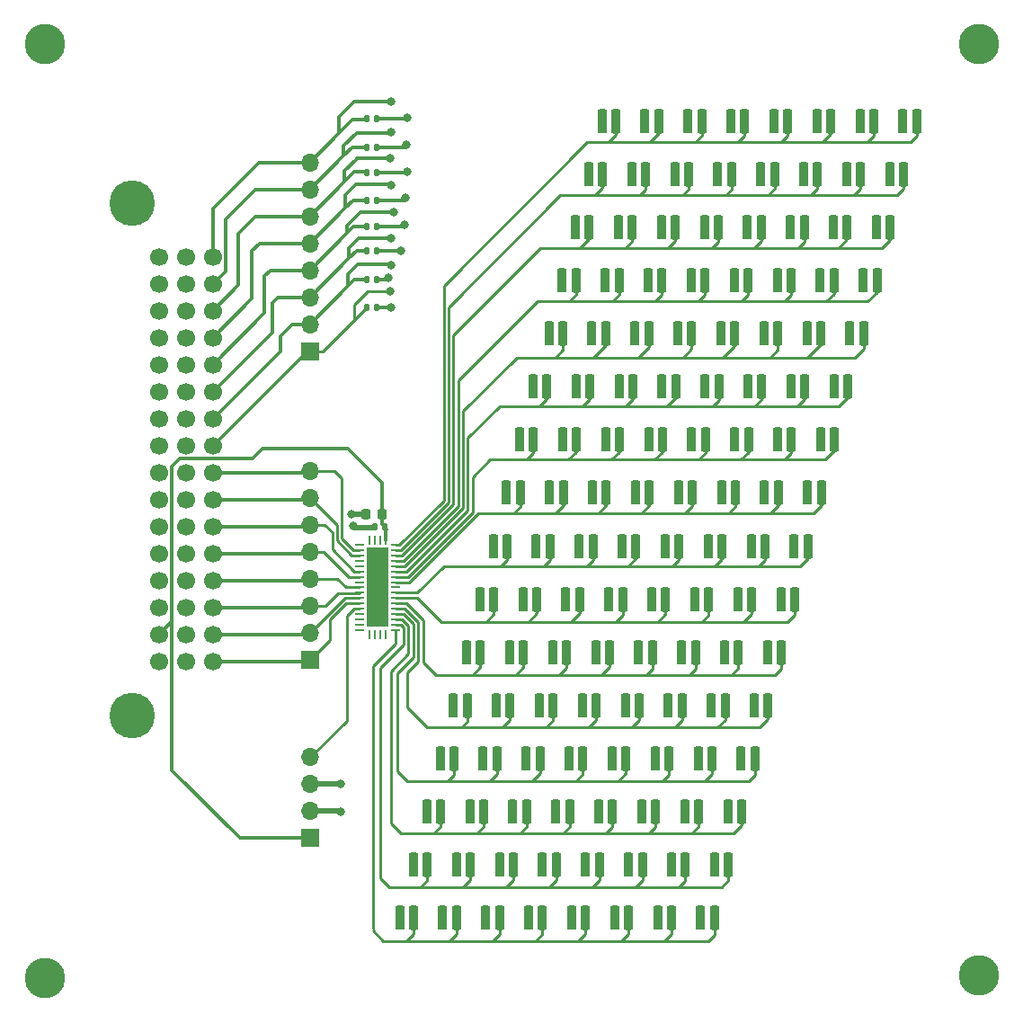
<source format=gbr>
%TF.GenerationSoftware,KiCad,Pcbnew,7.0.1*%
%TF.CreationDate,2023-03-19T16:13:32+09:00*%
%TF.ProjectId,keypad16,6b657970-6164-4313-962e-6b696361645f,rev?*%
%TF.SameCoordinates,Original*%
%TF.FileFunction,Copper,L1,Top*%
%TF.FilePolarity,Positive*%
%FSLAX46Y46*%
G04 Gerber Fmt 4.6, Leading zero omitted, Abs format (unit mm)*
G04 Created by KiCad (PCBNEW 7.0.1) date 2023-03-19 16:13:32*
%MOMM*%
%LPD*%
G01*
G04 APERTURE LIST*
G04 Aperture macros list*
%AMRoundRect*
0 Rectangle with rounded corners*
0 $1 Rounding radius*
0 $2 $3 $4 $5 $6 $7 $8 $9 X,Y pos of 4 corners*
0 Add a 4 corners polygon primitive as box body*
4,1,4,$2,$3,$4,$5,$6,$7,$8,$9,$2,$3,0*
0 Add four circle primitives for the rounded corners*
1,1,$1+$1,$2,$3*
1,1,$1+$1,$4,$5*
1,1,$1+$1,$6,$7*
1,1,$1+$1,$8,$9*
0 Add four rect primitives between the rounded corners*
20,1,$1+$1,$2,$3,$4,$5,0*
20,1,$1+$1,$4,$5,$6,$7,0*
20,1,$1+$1,$6,$7,$8,$9,0*
20,1,$1+$1,$8,$9,$2,$3,0*%
G04 Aperture macros list end*
%TA.AperFunction,SMDPad,CuDef*%
%ADD10RoundRect,0.228000X-0.228000X0.918500X-0.228000X-0.918500X0.228000X-0.918500X0.228000X0.918500X0*%
%TD*%
%TA.AperFunction,SMDPad,CuDef*%
%ADD11RoundRect,0.228000X-0.228000X0.915000X-0.228000X-0.915000X0.228000X-0.915000X0.228000X0.915000X0*%
%TD*%
%TA.AperFunction,ComponentPad*%
%ADD12C,3.800000*%
%TD*%
%TA.AperFunction,ComponentPad*%
%ADD13R,1.700000X1.700000*%
%TD*%
%TA.AperFunction,ComponentPad*%
%ADD14O,1.700000X1.700000*%
%TD*%
%TA.AperFunction,SMDPad,CuDef*%
%ADD15RoundRect,0.225000X0.225000X0.250000X-0.225000X0.250000X-0.225000X-0.250000X0.225000X-0.250000X0*%
%TD*%
%TA.AperFunction,SMDPad,CuDef*%
%ADD16RoundRect,0.062500X-0.375000X-0.062500X0.375000X-0.062500X0.375000X0.062500X-0.375000X0.062500X0*%
%TD*%
%TA.AperFunction,SMDPad,CuDef*%
%ADD17RoundRect,0.062500X-0.062500X-0.375000X0.062500X-0.375000X0.062500X0.375000X-0.062500X0.375000X0*%
%TD*%
%TA.AperFunction,SMDPad,CuDef*%
%ADD18R,2.050000X7.550000*%
%TD*%
%TA.AperFunction,SMDPad,CuDef*%
%ADD19RoundRect,0.140000X-0.140000X-0.170000X0.140000X-0.170000X0.140000X0.170000X-0.140000X0.170000X0*%
%TD*%
%TA.AperFunction,ComponentPad*%
%ADD20C,1.700000*%
%TD*%
%TA.AperFunction,ComponentPad*%
%ADD21C,4.290000*%
%TD*%
%TA.AperFunction,SMDPad,CuDef*%
%ADD22RoundRect,0.140000X0.140000X0.170000X-0.140000X0.170000X-0.140000X-0.170000X0.140000X-0.170000X0*%
%TD*%
%TA.AperFunction,ViaPad*%
%ADD23C,0.800000*%
%TD*%
%TA.AperFunction,Conductor*%
%ADD24C,0.500000*%
%TD*%
%TA.AperFunction,Conductor*%
%ADD25C,0.300000*%
%TD*%
%TA.AperFunction,Conductor*%
%ADD26C,0.250000*%
%TD*%
G04 APERTURE END LIST*
D10*
%TO.P,TP123,1,T*%
%TO.N,/Bus Switch/A5*%
X74300000Y-72244000D03*
D11*
%TO.P,TP123,2,R*%
%TO.N,/FRX0*%
X73000000Y-72244000D03*
%TD*%
D12*
%TO.P,H2,1,1*%
%TO.N,GND*%
X27000000Y-128000000D03*
%TD*%
D10*
%TO.P,TP4,1,T*%
%TO.N,/Bus Switch/A0*%
X93900000Y-107300000D03*
D11*
%TO.P,TP4,2,R*%
%TO.N,/FRX7*%
X92600000Y-107300000D03*
%TD*%
D10*
%TO.P,TP21,1,T*%
%TO.N,/Bus Switch/B3*%
X87050000Y-102300000D03*
D11*
%TO.P,TP21,2,R*%
%TO.N,/FRX5*%
X85750000Y-102300000D03*
%TD*%
D10*
%TO.P,TP96,1,T*%
%TO.N,/Bus Switch/A6*%
X97000000Y-47300000D03*
D11*
%TO.P,TP96,2,R*%
%TO.N,/FRX4*%
X95700000Y-47300000D03*
%TD*%
D10*
%TO.P,TP107,1,T*%
%TO.N,/Bus Switch/A5*%
X82400000Y-72244000D03*
D11*
%TO.P,TP107,2,R*%
%TO.N,/FRX2*%
X81100000Y-72244000D03*
%TD*%
D10*
%TO.P,TP98,1,T*%
%TO.N,/Bus Switch/B4*%
X85200000Y-77244000D03*
D11*
%TO.P,TP98,2,R*%
%TO.N,/FRX3*%
X83900000Y-77244000D03*
%TD*%
D10*
%TO.P,TP27,1,T*%
%TO.N,/Bus Switch/A1*%
X80500000Y-112300000D03*
D11*
%TO.P,TP27,2,R*%
%TO.N,/FRX4*%
X79200000Y-112300000D03*
%TD*%
D10*
%TO.P,TP17,1,T*%
%TO.N,/Bus Switch/B1*%
X82000000Y-122300000D03*
D11*
%TO.P,TP17,2,R*%
%TO.N,/FRX5*%
X80700000Y-122300000D03*
%TD*%
D10*
%TO.P,TP121,1,T*%
%TO.N,/Bus Switch/B5*%
X71800000Y-82244000D03*
D11*
%TO.P,TP121,2,R*%
%TO.N,/FRX0*%
X70500000Y-82244000D03*
%TD*%
D10*
%TO.P,TP92,1,T*%
%TO.N,/Bus Switch/A4*%
X92000000Y-67244000D03*
D11*
%TO.P,TP92,2,R*%
%TO.N,/FRX4*%
X90700000Y-67244000D03*
%TD*%
D10*
%TO.P,TP97,1,T*%
%TO.N,/Bus Switch/B5*%
X83950000Y-82244000D03*
D11*
%TO.P,TP97,2,R*%
%TO.N,/FRX3*%
X82650000Y-82244000D03*
%TD*%
D10*
%TO.P,TP109,1,T*%
%TO.N,/Bus Switch/B7*%
X85150000Y-62244000D03*
D11*
%TO.P,TP109,2,R*%
%TO.N,/FRX2*%
X83850000Y-62244000D03*
%TD*%
D10*
%TO.P,TP26,1,T*%
%TO.N,/Bus Switch/B0*%
X79250000Y-117300000D03*
D11*
%TO.P,TP26,2,R*%
%TO.N,/FRX4*%
X77950000Y-117300000D03*
%TD*%
D10*
%TO.P,TP56,1,T*%
%TO.N,/Bus Switch/A2*%
X74600000Y-87300000D03*
D11*
%TO.P,TP56,2,R*%
%TO.N,/FRX1*%
X73300000Y-87300000D03*
%TD*%
D10*
%TO.P,TP1,1,T*%
%TO.N,/Bus Switch/B1*%
X90100000Y-122300000D03*
D11*
%TO.P,TP1,2,R*%
%TO.N,/FRX7*%
X88800000Y-122300000D03*
%TD*%
D10*
%TO.P,TP42,1,T*%
%TO.N,/Bus Switch/B0*%
X71150000Y-117300000D03*
D11*
%TO.P,TP42,2,R*%
%TO.N,/FRX2*%
X69850000Y-117300000D03*
%TD*%
D13*
%TO.P,J3,1,Pin_1*%
%TO.N,/FRX0*%
X52000000Y-68910000D03*
D14*
%TO.P,J3,2,Pin_2*%
%TO.N,/FRX1*%
X52000000Y-66370000D03*
%TO.P,J3,3,Pin_3*%
%TO.N,/FRX2*%
X52000000Y-63830000D03*
%TO.P,J3,4,Pin_4*%
%TO.N,/FRX3*%
X52000000Y-61290000D03*
%TO.P,J3,5,Pin_5*%
%TO.N,/FRX4*%
X52000000Y-58750000D03*
%TO.P,J3,6,Pin_6*%
%TO.N,/FRX5*%
X52000000Y-56210000D03*
%TO.P,J3,7,Pin_7*%
%TO.N,/FRX6*%
X52000000Y-53670000D03*
%TO.P,J3,8,Pin_8*%
%TO.N,/FRX7*%
X52000000Y-51130000D03*
%TD*%
D10*
%TO.P,TP71,1,T*%
%TO.N,/Bus Switch/A7*%
X107900000Y-52300000D03*
D11*
%TO.P,TP71,2,R*%
%TO.N,/FRX7*%
X106600000Y-52300000D03*
%TD*%
D10*
%TO.P,TP57,1,T*%
%TO.N,/Bus Switch/B1*%
X61750000Y-122300000D03*
D11*
%TO.P,TP57,2,R*%
%TO.N,/FRX0*%
X60450000Y-122300000D03*
%TD*%
D10*
%TO.P,TP32,1,T*%
%TO.N,/Bus Switch/A2*%
X86750000Y-87300000D03*
D11*
%TO.P,TP32,2,R*%
%TO.N,/FRX4*%
X85450000Y-87300000D03*
%TD*%
D10*
%TO.P,TP72,1,T*%
%TO.N,/Bus Switch/A6*%
X109150000Y-47300000D03*
D11*
%TO.P,TP72,2,R*%
%TO.N,/FRX7*%
X107850000Y-47300000D03*
%TD*%
D10*
%TO.P,TP38,1,T*%
%TO.N,/Bus Switch/B2*%
X80200000Y-97350000D03*
D11*
%TO.P,TP38,2,R*%
%TO.N,/FRX3*%
X78900000Y-97350000D03*
%TD*%
D10*
%TO.P,TP91,1,T*%
%TO.N,/Bus Switch/A5*%
X90500000Y-72244000D03*
D11*
%TO.P,TP91,2,R*%
%TO.N,/FRX4*%
X89200000Y-72244000D03*
%TD*%
D10*
%TO.P,TP127,1,T*%
%TO.N,/Bus Switch/A7*%
X79550000Y-52300000D03*
D11*
%TO.P,TP127,2,R*%
%TO.N,/FRX0*%
X78250000Y-52300000D03*
%TD*%
D10*
%TO.P,TP60,1,T*%
%TO.N,/Bus Switch/A0*%
X65550000Y-107300000D03*
D11*
%TO.P,TP60,2,R*%
%TO.N,/FRX0*%
X64250000Y-107300000D03*
%TD*%
D10*
%TO.P,TP125,1,T*%
%TO.N,/Bus Switch/B7*%
X77050000Y-62244000D03*
D11*
%TO.P,TP125,2,R*%
%TO.N,/FRX0*%
X75750000Y-62244000D03*
%TD*%
D10*
%TO.P,TP118,1,T*%
%TO.N,/Bus Switch/B6*%
X82350000Y-57244000D03*
D11*
%TO.P,TP118,2,R*%
%TO.N,/FRX1*%
X81050000Y-57244000D03*
%TD*%
D10*
%TO.P,TP89,1,T*%
%TO.N,/Bus Switch/B5*%
X88000000Y-82244000D03*
D11*
%TO.P,TP89,2,R*%
%TO.N,/FRX4*%
X86700000Y-82244000D03*
%TD*%
D15*
%TO.P,C1,1*%
%TO.N,+3V3*%
X58775000Y-84300000D03*
%TO.P,C1,2*%
%TO.N,GND*%
X57225000Y-84300000D03*
%TD*%
D10*
%TO.P,TP18,1,T*%
%TO.N,/Bus Switch/B0*%
X83300000Y-117300000D03*
D11*
%TO.P,TP18,2,R*%
%TO.N,/FRX5*%
X82000000Y-117300000D03*
%TD*%
D10*
%TO.P,TP36,1,T*%
%TO.N,/Bus Switch/A0*%
X77700000Y-107300000D03*
D11*
%TO.P,TP36,2,R*%
%TO.N,/FRX3*%
X76400000Y-107300000D03*
%TD*%
D10*
%TO.P,TP116,1,T*%
%TO.N,/Bus Switch/A4*%
X79850000Y-67244000D03*
D11*
%TO.P,TP116,2,R*%
%TO.N,/FRX1*%
X78550000Y-67244000D03*
%TD*%
D16*
%TO.P,U1,1,VDD*%
%TO.N,unconnected-(U1F-VDD-Pad1)*%
X56672500Y-87170000D03*
%TO.P,U1,2,A0*%
%TO.N,/CAP7*%
X56672500Y-87670000D03*
%TO.P,U1,3,A1*%
%TO.N,/CAP6*%
X56672500Y-88170000D03*
%TO.P,U1,4,VDD*%
%TO.N,unconnected-(U1F-VDD-Pad4)*%
X56672500Y-88670000D03*
%TO.P,U1,5,PD*%
%TO.N,unconnected-(U1F-PD-Pad5)*%
X56672500Y-89170000D03*
%TO.P,U1,6,A2*%
%TO.N,/CAP5*%
X56672500Y-89670000D03*
%TO.P,U1,7,A3*%
%TO.N,/CAP4*%
X56672500Y-90170000D03*
%TO.P,U1,8,VDD*%
%TO.N,unconnected-(U1F-VDD-Pad8)*%
X56672500Y-90670000D03*
%TO.P,U1,9,A4*%
%TO.N,/CAP3*%
X56672500Y-91170000D03*
%TO.P,U1,10,A5*%
%TO.N,/CAP2*%
X56672500Y-91670000D03*
%TO.P,U1,11,A6*%
%TO.N,/CAP1*%
X56672500Y-92170000D03*
%TO.P,U1,12,A7*%
%TO.N,/CAP0*%
X56672500Y-92670000D03*
%TO.P,U1,13,SEL*%
%TO.N,/CAP_SW*%
X56672500Y-93170000D03*
%TO.P,U1,14,VDD*%
%TO.N,unconnected-(U1F-VDD-Pad14)*%
X56672500Y-93670000D03*
%TO.P,U1,15,LED_A0*%
%TO.N,unconnected-(U1E-LED_A0-Pad15)*%
X56672500Y-94170000D03*
%TO.P,U1,16,LED_A1*%
%TO.N,unconnected-(U1E-LED_A1-Pad16)*%
X56672500Y-94670000D03*
%TO.P,U1,17,LED_B0*%
%TO.N,unconnected-(U1E-LED_B0-Pad17)*%
X56672500Y-95170000D03*
D17*
%TO.P,U1,18,LED_B1*%
%TO.N,unconnected-(U1E-LED_B1-Pad18)*%
X57610000Y-95607500D03*
%TO.P,U1,19,LED_C0*%
%TO.N,unconnected-(U1E-LED_C0-Pad19)*%
X58110000Y-95607500D03*
%TO.P,U1,20,LED_C1*%
%TO.N,unconnected-(U1E-LED_C1-Pad20)*%
X58610000Y-95607500D03*
%TO.P,U1,21,VDD*%
%TO.N,unconnected-(U1F-VDD-Pad21)*%
X59110000Y-95607500D03*
D16*
%TO.P,U1,22,C7*%
%TO.N,/Bus Switch/B1*%
X60047500Y-95170000D03*
%TO.P,U1,23,C6*%
%TO.N,/Bus Switch/B0*%
X60047500Y-94670000D03*
%TO.P,U1,24,B7*%
%TO.N,/Bus Switch/A1*%
X60047500Y-94170000D03*
%TO.P,U1,25,B6*%
%TO.N,/Bus Switch/A0*%
X60047500Y-93670000D03*
%TO.P,U1,26,C5*%
%TO.N,/Bus Switch/B3*%
X60047500Y-93170000D03*
%TO.P,U1,27,C4*%
%TO.N,/Bus Switch/B2*%
X60047500Y-92670000D03*
%TO.P,U1,28,B5*%
%TO.N,/Bus Switch/A3*%
X60047500Y-92170000D03*
%TO.P,U1,29,B4*%
%TO.N,/Bus Switch/A2*%
X60047500Y-91670000D03*
%TO.P,U1,30,VDD*%
%TO.N,unconnected-(U1F-VDD-Pad30)*%
X60047500Y-91170000D03*
%TO.P,U1,31,C3*%
%TO.N,/Bus Switch/B5*%
X60047500Y-90670000D03*
%TO.P,U1,32,C2*%
%TO.N,/Bus Switch/B4*%
X60047500Y-90170000D03*
%TO.P,U1,33,B3*%
%TO.N,/Bus Switch/A5*%
X60047500Y-89670000D03*
%TO.P,U1,34,B2*%
%TO.N,/Bus Switch/A4*%
X60047500Y-89170000D03*
%TO.P,U1,35,C1*%
%TO.N,/Bus Switch/B7*%
X60047500Y-88670000D03*
%TO.P,U1,36,C0*%
%TO.N,/Bus Switch/B6*%
X60047500Y-88170000D03*
%TO.P,U1,37,B1*%
%TO.N,/Bus Switch/A7*%
X60047500Y-87670000D03*
%TO.P,U1,38,B0*%
%TO.N,/Bus Switch/A6*%
X60047500Y-87170000D03*
D17*
%TO.P,U1,39,VDD*%
%TO.N,+3V3*%
X59110000Y-86732500D03*
%TO.P,U1,40,LED_C2*%
%TO.N,unconnected-(U1E-LED_C2-Pad40)*%
X58610000Y-86732500D03*
%TO.P,U1,41,LED_B2*%
%TO.N,unconnected-(U1E-LED_B2-Pad41)*%
X58110000Y-86732500D03*
%TO.P,U1,42,LED_A2*%
%TO.N,unconnected-(U1E-LED_A2-Pad42)*%
X57610000Y-86732500D03*
D18*
%TO.P,U1,43,GND*%
%TO.N,GND*%
X58360000Y-91170000D03*
%TD*%
D13*
%TO.P,J4,1,Pin_1*%
%TO.N,+3V3*%
X52050000Y-114780000D03*
D14*
%TO.P,J4,2,Pin_2*%
%TO.N,GND*%
X52050000Y-112240000D03*
%TO.P,J4,3,Pin_3*%
X52050000Y-109700000D03*
%TO.P,J4,4,Pin_4*%
%TO.N,/CAP_SW*%
X52050000Y-107160000D03*
%TD*%
D10*
%TO.P,TP77,1,T*%
%TO.N,/Bus Switch/B7*%
X101350000Y-62244000D03*
D11*
%TO.P,TP77,2,R*%
%TO.N,/FRX6*%
X100050000Y-62244000D03*
%TD*%
D10*
%TO.P,TP84,1,T*%
%TO.N,/Bus Switch/A4*%
X96050000Y-67244000D03*
D11*
%TO.P,TP84,2,R*%
%TO.N,/FRX5*%
X94750000Y-67244000D03*
%TD*%
D19*
%TO.P,C6,1*%
%TO.N,/FRX5*%
X57350000Y-52100000D03*
%TO.P,C6,2*%
%TO.N,GND*%
X58310000Y-52100000D03*
%TD*%
D10*
%TO.P,TP7,1,T*%
%TO.N,/Bus Switch/A3*%
X97650000Y-92350000D03*
D11*
%TO.P,TP7,2,R*%
%TO.N,/FRX7*%
X96350000Y-92350000D03*
%TD*%
D10*
%TO.P,TP52,1,T*%
%TO.N,/Bus Switch/A0*%
X69600000Y-107300000D03*
D11*
%TO.P,TP52,2,R*%
%TO.N,/FRX1*%
X68300000Y-107300000D03*
%TD*%
D10*
%TO.P,TP58,1,T*%
%TO.N,/Bus Switch/B0*%
X63050000Y-117300000D03*
D11*
%TO.P,TP58,2,R*%
%TO.N,/FRX0*%
X61750000Y-117300000D03*
%TD*%
D13*
%TO.P,J2,1,Pin_1*%
%TO.N,/CAP0*%
X52000000Y-97990000D03*
D14*
%TO.P,J2,2,Pin_2*%
%TO.N,/CAP1*%
X52000000Y-95450000D03*
%TO.P,J2,3,Pin_3*%
%TO.N,/CAP2*%
X52000000Y-92910000D03*
%TO.P,J2,4,Pin_4*%
%TO.N,/CAP3*%
X52000000Y-90370000D03*
%TO.P,J2,5,Pin_5*%
%TO.N,/CAP4*%
X52000000Y-87830000D03*
%TO.P,J2,6,Pin_6*%
%TO.N,/CAP5*%
X52000000Y-85290000D03*
%TO.P,J2,7,Pin_7*%
%TO.N,/CAP6*%
X52000000Y-82750000D03*
%TO.P,J2,8,Pin_8*%
%TO.N,/CAP7*%
X52000000Y-80210000D03*
%TD*%
D10*
%TO.P,TP48,1,T*%
%TO.N,/Bus Switch/A2*%
X78650000Y-87300000D03*
D11*
%TO.P,TP48,2,R*%
%TO.N,/FRX2*%
X77350000Y-87300000D03*
%TD*%
D10*
%TO.P,TP40,1,T*%
%TO.N,/Bus Switch/A2*%
X82700000Y-87300000D03*
D11*
%TO.P,TP40,2,R*%
%TO.N,/FRX3*%
X81400000Y-87300000D03*
%TD*%
D19*
%TO.P,C10,1*%
%TO.N,/FRX7*%
X57350000Y-47000000D03*
%TO.P,C10,2*%
%TO.N,GND*%
X58310000Y-47000000D03*
%TD*%
D10*
%TO.P,TP9,1,T*%
%TO.N,/Bus Switch/B1*%
X86050000Y-122300000D03*
D11*
%TO.P,TP9,2,R*%
%TO.N,/FRX6*%
X84750000Y-122300000D03*
%TD*%
D10*
%TO.P,TP19,1,T*%
%TO.N,/Bus Switch/A1*%
X84550000Y-112300000D03*
D11*
%TO.P,TP19,2,R*%
%TO.N,/FRX5*%
X83250000Y-112300000D03*
%TD*%
D10*
%TO.P,TP115,1,T*%
%TO.N,/Bus Switch/A5*%
X78350000Y-72244000D03*
D11*
%TO.P,TP115,2,R*%
%TO.N,/FRX1*%
X77050000Y-72244000D03*
%TD*%
D10*
%TO.P,TP110,1,T*%
%TO.N,/Bus Switch/B6*%
X86400000Y-57244000D03*
D11*
%TO.P,TP110,2,R*%
%TO.N,/FRX2*%
X85100000Y-57244000D03*
%TD*%
D10*
%TO.P,TP44,1,T*%
%TO.N,/Bus Switch/A0*%
X73650000Y-107300000D03*
D11*
%TO.P,TP44,2,R*%
%TO.N,/FRX2*%
X72350000Y-107300000D03*
%TD*%
D10*
%TO.P,TP23,1,T*%
%TO.N,/Bus Switch/A3*%
X89550000Y-92350000D03*
D11*
%TO.P,TP23,2,R*%
%TO.N,/FRX5*%
X88250000Y-92350000D03*
%TD*%
D10*
%TO.P,TP74,1,T*%
%TO.N,/Bus Switch/B4*%
X97350000Y-77244000D03*
D11*
%TO.P,TP74,2,R*%
%TO.N,/FRX6*%
X96050000Y-77244000D03*
%TD*%
D10*
%TO.P,TP112,1,T*%
%TO.N,/Bus Switch/A6*%
X88900000Y-47300000D03*
D11*
%TO.P,TP112,2,R*%
%TO.N,/FRX2*%
X87600000Y-47300000D03*
%TD*%
D10*
%TO.P,TP114,1,T*%
%TO.N,/Bus Switch/B4*%
X77100000Y-77244000D03*
D11*
%TO.P,TP114,2,R*%
%TO.N,/FRX1*%
X75800000Y-77244000D03*
%TD*%
D10*
%TO.P,TP66,1,T*%
%TO.N,/Bus Switch/B4*%
X101400000Y-77244000D03*
D11*
%TO.P,TP66,2,R*%
%TO.N,/FRX7*%
X100100000Y-77244000D03*
%TD*%
D10*
%TO.P,TP85,1,T*%
%TO.N,/Bus Switch/B7*%
X97300000Y-62244000D03*
D11*
%TO.P,TP85,2,R*%
%TO.N,/FRX5*%
X96000000Y-62244000D03*
%TD*%
D10*
%TO.P,TP15,1,T*%
%TO.N,/Bus Switch/A3*%
X93600000Y-92350000D03*
D11*
%TO.P,TP15,2,R*%
%TO.N,/FRX6*%
X92300000Y-92350000D03*
%TD*%
D10*
%TO.P,TP87,1,T*%
%TO.N,/Bus Switch/A7*%
X99800000Y-52300000D03*
D11*
%TO.P,TP87,2,R*%
%TO.N,/FRX5*%
X98500000Y-52300000D03*
%TD*%
D12*
%TO.P,H3,1,1*%
%TO.N,GND*%
X115000000Y-40000000D03*
%TD*%
D10*
%TO.P,TP94,1,T*%
%TO.N,/Bus Switch/B6*%
X94500000Y-57244000D03*
D11*
%TO.P,TP94,2,R*%
%TO.N,/FRX4*%
X93200000Y-57244000D03*
%TD*%
D10*
%TO.P,TP69,1,T*%
%TO.N,/Bus Switch/B7*%
X105400000Y-62244000D03*
D11*
%TO.P,TP69,2,R*%
%TO.N,/FRX7*%
X104100000Y-62244000D03*
%TD*%
D20*
%TO.P,J1,A1,A1*%
%TO.N,GND*%
X37750000Y-98150000D03*
%TO.P,J1,A2,A2*%
%TO.N,+3V3*%
X37750000Y-95610000D03*
%TO.P,J1,A3,A3*%
%TO.N,unconnected-(J1-PadA3)*%
X37750000Y-93070000D03*
%TO.P,J1,A4,A4*%
%TO.N,unconnected-(J1-PadA4)*%
X37750000Y-90530000D03*
%TO.P,J1,A5,A5*%
%TO.N,unconnected-(J1-PadA5)*%
X37750000Y-87990000D03*
%TO.P,J1,A6,A6*%
%TO.N,unconnected-(J1-PadA6)*%
X37750000Y-85450000D03*
%TO.P,J1,A7,A7*%
%TO.N,GND*%
X37750000Y-82910000D03*
%TO.P,J1,A8,A8*%
X37750000Y-80370000D03*
%TO.P,J1,A9,A9*%
X37750000Y-77830000D03*
%TO.P,J1,A10,A10*%
X37750000Y-75290000D03*
%TO.P,J1,A11,A11*%
X37750000Y-72750000D03*
%TO.P,J1,A12,A12*%
%TO.N,unconnected-(J1-PadA12)*%
X37750000Y-70210000D03*
%TO.P,J1,A13,A13*%
%TO.N,unconnected-(J1-PadA13)*%
X37750000Y-67670000D03*
%TO.P,J1,A14,A14*%
%TO.N,unconnected-(J1-PadA14)*%
X37750000Y-65130000D03*
%TO.P,J1,A15,A15*%
%TO.N,unconnected-(J1-PadA15)*%
X37750000Y-62590000D03*
%TO.P,J1,A16,A16*%
%TO.N,GND*%
X37750000Y-60050000D03*
%TO.P,J1,B1,B1*%
X40290000Y-98150000D03*
%TO.P,J1,B2,B2*%
X40290000Y-95610000D03*
%TO.P,J1,B3,B3*%
X40290000Y-93070000D03*
%TO.P,J1,B4,B4*%
X40290000Y-90530000D03*
%TO.P,J1,B5,B5*%
X40290000Y-87990000D03*
%TO.P,J1,B6,B6*%
X40290000Y-85450000D03*
%TO.P,J1,B7,B7*%
X40290000Y-82910000D03*
%TO.P,J1,B8,B8*%
X40290000Y-80370000D03*
%TO.P,J1,B9,B9*%
X40290000Y-77830000D03*
%TO.P,J1,B10,B10*%
X40290000Y-75290000D03*
%TO.P,J1,B11,B11*%
X40290000Y-72750000D03*
%TO.P,J1,B12,B12*%
X40290000Y-70210000D03*
%TO.P,J1,B13,B13*%
X40290000Y-67670000D03*
%TO.P,J1,B14,B14*%
X40290000Y-65130000D03*
%TO.P,J1,B15,B15*%
X40290000Y-62590000D03*
%TO.P,J1,B16,B16*%
X40290000Y-60050000D03*
%TO.P,J1,C1,C1*%
%TO.N,/CAP0*%
X42830000Y-98150000D03*
%TO.P,J1,C2,C2*%
%TO.N,/CAP1*%
X42830000Y-95610000D03*
%TO.P,J1,C3,C3*%
%TO.N,/CAP2*%
X42830000Y-93070000D03*
%TO.P,J1,C4,C4*%
%TO.N,/CAP3*%
X42830000Y-90530000D03*
%TO.P,J1,C5,C5*%
%TO.N,/CAP4*%
X42830000Y-87990000D03*
%TO.P,J1,C6,C6*%
%TO.N,/CAP5*%
X42830000Y-85450000D03*
%TO.P,J1,C7,C7*%
%TO.N,/CAP6*%
X42830000Y-82910000D03*
%TO.P,J1,C8,C8*%
%TO.N,/CAP7*%
X42830000Y-80370000D03*
%TO.P,J1,C9,C9*%
%TO.N,/FRX0*%
X42830000Y-77830000D03*
%TO.P,J1,C10,C10*%
%TO.N,/FRX1*%
X42830000Y-75290000D03*
%TO.P,J1,C11,C11*%
%TO.N,/FRX2*%
X42830000Y-72750000D03*
%TO.P,J1,C12,C12*%
%TO.N,/FRX3*%
X42830000Y-70210000D03*
%TO.P,J1,C13,C13*%
%TO.N,/FRX4*%
X42830000Y-67670000D03*
%TO.P,J1,C14,C14*%
%TO.N,/FRX5*%
X42830000Y-65130000D03*
%TO.P,J1,C15,C15*%
%TO.N,/FRX6*%
X42830000Y-62590000D03*
%TO.P,J1,C16,C16*%
%TO.N,/FRX7*%
X42830000Y-60050000D03*
D21*
%TO.P,J1,MH1*%
%TO.N,N/C*%
X35210000Y-54970000D03*
%TO.P,J1,MH2*%
X35210000Y-103230000D03*
%TD*%
D10*
%TO.P,TP101,1,T*%
%TO.N,/Bus Switch/B7*%
X89200000Y-62244000D03*
D11*
%TO.P,TP101,2,R*%
%TO.N,/FRX3*%
X87900000Y-62244000D03*
%TD*%
D10*
%TO.P,TP120,1,T*%
%TO.N,/Bus Switch/A6*%
X84850000Y-47300000D03*
D11*
%TO.P,TP120,2,R*%
%TO.N,/FRX1*%
X83550000Y-47300000D03*
%TD*%
D10*
%TO.P,TP2,1,T*%
%TO.N,/Bus Switch/B0*%
X91400000Y-117300000D03*
D11*
%TO.P,TP2,2,R*%
%TO.N,/FRX7*%
X90100000Y-117300000D03*
%TD*%
D10*
%TO.P,TP16,1,T*%
%TO.N,/Bus Switch/A2*%
X94850000Y-87300000D03*
D11*
%TO.P,TP16,2,R*%
%TO.N,/FRX6*%
X93550000Y-87300000D03*
%TD*%
D10*
%TO.P,TP14,1,T*%
%TO.N,/Bus Switch/B2*%
X92350000Y-97350000D03*
D11*
%TO.P,TP14,2,R*%
%TO.N,/FRX6*%
X91050000Y-97350000D03*
%TD*%
D10*
%TO.P,TP75,1,T*%
%TO.N,/Bus Switch/A5*%
X98600000Y-72244000D03*
D11*
%TO.P,TP75,2,R*%
%TO.N,/FRX6*%
X97300000Y-72244000D03*
%TD*%
D10*
%TO.P,TP105,1,T*%
%TO.N,/Bus Switch/B5*%
X79900000Y-82244000D03*
D11*
%TO.P,TP105,2,R*%
%TO.N,/FRX2*%
X78600000Y-82244000D03*
%TD*%
D10*
%TO.P,TP76,1,T*%
%TO.N,/Bus Switch/A4*%
X100100000Y-67244000D03*
D11*
%TO.P,TP76,2,R*%
%TO.N,/FRX6*%
X98800000Y-67244000D03*
%TD*%
D19*
%TO.P,C4,1*%
%TO.N,/FRX4*%
X57350000Y-54700000D03*
%TO.P,C4,2*%
%TO.N,GND*%
X58310000Y-54700000D03*
%TD*%
D10*
%TO.P,TP95,1,T*%
%TO.N,/Bus Switch/A7*%
X95750000Y-52300000D03*
D11*
%TO.P,TP95,2,R*%
%TO.N,/FRX4*%
X94450000Y-52300000D03*
%TD*%
D19*
%TO.P,C5,1*%
%TO.N,/FRX1*%
X57350000Y-62200000D03*
%TO.P,C5,2*%
%TO.N,GND*%
X58310000Y-62200000D03*
%TD*%
D10*
%TO.P,TP111,1,T*%
%TO.N,/Bus Switch/A7*%
X87650000Y-52300000D03*
D11*
%TO.P,TP111,2,R*%
%TO.N,/FRX2*%
X86350000Y-52300000D03*
%TD*%
D10*
%TO.P,TP47,1,T*%
%TO.N,/Bus Switch/A3*%
X77400000Y-92350000D03*
D11*
%TO.P,TP47,2,R*%
%TO.N,/FRX2*%
X76100000Y-92350000D03*
%TD*%
D10*
%TO.P,TP108,1,T*%
%TO.N,/Bus Switch/A4*%
X83900000Y-67244000D03*
D11*
%TO.P,TP108,2,R*%
%TO.N,/FRX2*%
X82600000Y-67244000D03*
%TD*%
D10*
%TO.P,TP46,1,T*%
%TO.N,/Bus Switch/B2*%
X76150000Y-97350000D03*
D11*
%TO.P,TP46,2,R*%
%TO.N,/FRX2*%
X74850000Y-97350000D03*
%TD*%
D10*
%TO.P,TP86,1,T*%
%TO.N,/Bus Switch/B6*%
X98550000Y-57244000D03*
D11*
%TO.P,TP86,2,R*%
%TO.N,/FRX5*%
X97250000Y-57244000D03*
%TD*%
D19*
%TO.P,C3,1*%
%TO.N,/FRX0*%
X57350000Y-64800000D03*
%TO.P,C3,2*%
%TO.N,GND*%
X58310000Y-64800000D03*
%TD*%
D10*
%TO.P,TP81,1,T*%
%TO.N,/Bus Switch/B5*%
X92050000Y-82244000D03*
D11*
%TO.P,TP81,2,R*%
%TO.N,/FRX5*%
X90750000Y-82244000D03*
%TD*%
D10*
%TO.P,TP12,1,T*%
%TO.N,/Bus Switch/A0*%
X89850000Y-107300000D03*
D11*
%TO.P,TP12,2,R*%
%TO.N,/FRX6*%
X88550000Y-107300000D03*
%TD*%
D10*
%TO.P,TP82,1,T*%
%TO.N,/Bus Switch/B4*%
X93300000Y-77244000D03*
D11*
%TO.P,TP82,2,R*%
%TO.N,/FRX5*%
X92000000Y-77244000D03*
%TD*%
D10*
%TO.P,TP43,1,T*%
%TO.N,/Bus Switch/A1*%
X72400000Y-112300000D03*
D11*
%TO.P,TP43,2,R*%
%TO.N,/FRX2*%
X71100000Y-112300000D03*
%TD*%
D10*
%TO.P,TP67,1,T*%
%TO.N,/Bus Switch/A5*%
X102650000Y-72244000D03*
D11*
%TO.P,TP67,2,R*%
%TO.N,/FRX7*%
X101350000Y-72244000D03*
%TD*%
D10*
%TO.P,TP83,1,T*%
%TO.N,/Bus Switch/A5*%
X94550000Y-72244000D03*
D11*
%TO.P,TP83,2,R*%
%TO.N,/FRX5*%
X93250000Y-72244000D03*
%TD*%
D10*
%TO.P,TP8,1,T*%
%TO.N,/Bus Switch/A2*%
X98900000Y-87300000D03*
D11*
%TO.P,TP8,2,R*%
%TO.N,/FRX7*%
X97600000Y-87300000D03*
%TD*%
D10*
%TO.P,TP102,1,T*%
%TO.N,/Bus Switch/B6*%
X90450000Y-57244000D03*
D11*
%TO.P,TP102,2,R*%
%TO.N,/FRX3*%
X89150000Y-57244000D03*
%TD*%
D10*
%TO.P,TP124,1,T*%
%TO.N,/Bus Switch/A4*%
X75800000Y-67244000D03*
D11*
%TO.P,TP124,2,R*%
%TO.N,/FRX0*%
X74500000Y-67244000D03*
%TD*%
D10*
%TO.P,TP78,1,T*%
%TO.N,/Bus Switch/B6*%
X102600000Y-57244000D03*
D11*
%TO.P,TP78,2,R*%
%TO.N,/FRX6*%
X101300000Y-57244000D03*
%TD*%
D10*
%TO.P,TP22,1,T*%
%TO.N,/Bus Switch/B2*%
X88300000Y-97350000D03*
D11*
%TO.P,TP22,2,R*%
%TO.N,/FRX5*%
X87000000Y-97350000D03*
%TD*%
D10*
%TO.P,TP51,1,T*%
%TO.N,/Bus Switch/A1*%
X68350000Y-112300000D03*
D11*
%TO.P,TP51,2,R*%
%TO.N,/FRX1*%
X67050000Y-112300000D03*
%TD*%
D10*
%TO.P,TP104,1,T*%
%TO.N,/Bus Switch/A6*%
X92950000Y-47300000D03*
D11*
%TO.P,TP104,2,R*%
%TO.N,/FRX3*%
X91650000Y-47300000D03*
%TD*%
D10*
%TO.P,TP49,1,T*%
%TO.N,/Bus Switch/B1*%
X65800000Y-122300000D03*
D11*
%TO.P,TP49,2,R*%
%TO.N,/FRX1*%
X64500000Y-122300000D03*
%TD*%
D10*
%TO.P,TP88,1,T*%
%TO.N,/Bus Switch/A6*%
X101050000Y-47300000D03*
D11*
%TO.P,TP88,2,R*%
%TO.N,/FRX5*%
X99750000Y-47300000D03*
%TD*%
D10*
%TO.P,TP55,1,T*%
%TO.N,/Bus Switch/A3*%
X73350000Y-92350000D03*
D11*
%TO.P,TP55,2,R*%
%TO.N,/FRX1*%
X72050000Y-92350000D03*
%TD*%
D19*
%TO.P,C8,1*%
%TO.N,/FRX6*%
X57350000Y-49700000D03*
%TO.P,C8,2*%
%TO.N,GND*%
X58310000Y-49700000D03*
%TD*%
D10*
%TO.P,TP24,1,T*%
%TO.N,/Bus Switch/A2*%
X90800000Y-87300000D03*
D11*
%TO.P,TP24,2,R*%
%TO.N,/FRX5*%
X89500000Y-87300000D03*
%TD*%
D10*
%TO.P,TP29,1,T*%
%TO.N,/Bus Switch/B3*%
X83000000Y-102300000D03*
D11*
%TO.P,TP29,2,R*%
%TO.N,/FRX4*%
X81700000Y-102300000D03*
%TD*%
D10*
%TO.P,TP6,1,T*%
%TO.N,/Bus Switch/B2*%
X96400000Y-97350000D03*
D11*
%TO.P,TP6,2,R*%
%TO.N,/FRX7*%
X95100000Y-97350000D03*
%TD*%
D10*
%TO.P,TP25,1,T*%
%TO.N,/Bus Switch/B1*%
X77950000Y-122300000D03*
D11*
%TO.P,TP25,2,R*%
%TO.N,/FRX4*%
X76650000Y-122300000D03*
%TD*%
D19*
%TO.P,C7,1*%
%TO.N,/FRX2*%
X57350000Y-59450000D03*
%TO.P,C7,2*%
%TO.N,GND*%
X58310000Y-59450000D03*
%TD*%
D10*
%TO.P,TP113,1,T*%
%TO.N,/Bus Switch/B5*%
X75850000Y-82244000D03*
D11*
%TO.P,TP113,2,R*%
%TO.N,/FRX1*%
X74550000Y-82244000D03*
%TD*%
D10*
%TO.P,TP3,1,T*%
%TO.N,/Bus Switch/A1*%
X92650000Y-112300000D03*
D11*
%TO.P,TP3,2,R*%
%TO.N,/FRX7*%
X91350000Y-112300000D03*
%TD*%
D22*
%TO.P,C2,1*%
%TO.N,+3V3*%
X59080000Y-85500000D03*
%TO.P,C2,2*%
%TO.N,GND*%
X58120000Y-85500000D03*
%TD*%
D10*
%TO.P,TP117,1,T*%
%TO.N,/Bus Switch/B7*%
X81100000Y-62244000D03*
D11*
%TO.P,TP117,2,R*%
%TO.N,/FRX1*%
X79800000Y-62244000D03*
%TD*%
D10*
%TO.P,TP39,1,T*%
%TO.N,/Bus Switch/A3*%
X81450000Y-92350000D03*
D11*
%TO.P,TP39,2,R*%
%TO.N,/FRX3*%
X80150000Y-92350000D03*
%TD*%
D10*
%TO.P,TP10,1,T*%
%TO.N,/Bus Switch/B0*%
X87350000Y-117300000D03*
D11*
%TO.P,TP10,2,R*%
%TO.N,/FRX6*%
X86050000Y-117300000D03*
%TD*%
D10*
%TO.P,TP128,1,T*%
%TO.N,/Bus Switch/A6*%
X80800000Y-47300000D03*
D11*
%TO.P,TP128,2,R*%
%TO.N,/FRX0*%
X79500000Y-47300000D03*
%TD*%
D12*
%TO.P,H4,1,1*%
%TO.N,GND*%
X27000000Y-40000000D03*
%TD*%
D10*
%TO.P,TP70,1,T*%
%TO.N,/Bus Switch/B6*%
X106650000Y-57244000D03*
D11*
%TO.P,TP70,2,R*%
%TO.N,/FRX7*%
X105350000Y-57244000D03*
%TD*%
D10*
%TO.P,TP80,1,T*%
%TO.N,/Bus Switch/A6*%
X105100000Y-47300000D03*
D11*
%TO.P,TP80,2,R*%
%TO.N,/FRX6*%
X103800000Y-47300000D03*
%TD*%
D10*
%TO.P,TP79,1,T*%
%TO.N,/Bus Switch/A7*%
X103850000Y-52300000D03*
D11*
%TO.P,TP79,2,R*%
%TO.N,/FRX6*%
X102550000Y-52300000D03*
%TD*%
D10*
%TO.P,TP126,1,T*%
%TO.N,/Bus Switch/B6*%
X78300000Y-57244000D03*
D11*
%TO.P,TP126,2,R*%
%TO.N,/FRX0*%
X77000000Y-57244000D03*
%TD*%
D10*
%TO.P,TP54,1,T*%
%TO.N,/Bus Switch/B2*%
X72100000Y-97350000D03*
D11*
%TO.P,TP54,2,R*%
%TO.N,/FRX1*%
X70800000Y-97350000D03*
%TD*%
D10*
%TO.P,TP64,1,T*%
%TO.N,/Bus Switch/A2*%
X70550000Y-87300000D03*
D11*
%TO.P,TP64,2,R*%
%TO.N,/FRX0*%
X69250000Y-87300000D03*
%TD*%
D10*
%TO.P,TP65,1,T*%
%TO.N,/Bus Switch/B5*%
X100150000Y-82244000D03*
D11*
%TO.P,TP65,2,R*%
%TO.N,/FRX7*%
X98850000Y-82244000D03*
%TD*%
D10*
%TO.P,TP61,1,T*%
%TO.N,/Bus Switch/B3*%
X66800000Y-102300000D03*
D11*
%TO.P,TP61,2,R*%
%TO.N,/FRX0*%
X65500000Y-102300000D03*
%TD*%
D10*
%TO.P,TP5,1,T*%
%TO.N,/Bus Switch/B3*%
X95150000Y-102300000D03*
D11*
%TO.P,TP5,2,R*%
%TO.N,/FRX7*%
X93850000Y-102300000D03*
%TD*%
D10*
%TO.P,TP106,1,T*%
%TO.N,/Bus Switch/B4*%
X81150000Y-77244000D03*
D11*
%TO.P,TP106,2,R*%
%TO.N,/FRX2*%
X79850000Y-77244000D03*
%TD*%
D10*
%TO.P,TP99,1,T*%
%TO.N,/Bus Switch/A5*%
X86450000Y-72244000D03*
D11*
%TO.P,TP99,2,R*%
%TO.N,/FRX3*%
X85150000Y-72244000D03*
%TD*%
D10*
%TO.P,TP28,1,T*%
%TO.N,/Bus Switch/A0*%
X81750000Y-107300000D03*
D11*
%TO.P,TP28,2,R*%
%TO.N,/FRX4*%
X80450000Y-107300000D03*
%TD*%
D10*
%TO.P,TP53,1,T*%
%TO.N,/Bus Switch/B3*%
X70850000Y-102300000D03*
D11*
%TO.P,TP53,2,R*%
%TO.N,/FRX1*%
X69550000Y-102300000D03*
%TD*%
D10*
%TO.P,TP30,1,T*%
%TO.N,/Bus Switch/B2*%
X84250000Y-97350000D03*
D11*
%TO.P,TP30,2,R*%
%TO.N,/FRX4*%
X82950000Y-97350000D03*
%TD*%
D12*
%TO.P,H1,1,1*%
%TO.N,GND*%
X115000000Y-127700000D03*
%TD*%
D10*
%TO.P,TP119,1,T*%
%TO.N,/Bus Switch/A7*%
X83600000Y-52300000D03*
D11*
%TO.P,TP119,2,R*%
%TO.N,/FRX1*%
X82300000Y-52300000D03*
%TD*%
D10*
%TO.P,TP90,1,T*%
%TO.N,/Bus Switch/B4*%
X89250000Y-77244000D03*
D11*
%TO.P,TP90,2,R*%
%TO.N,/FRX4*%
X87950000Y-77244000D03*
%TD*%
D10*
%TO.P,TP68,1,T*%
%TO.N,/Bus Switch/A4*%
X104150000Y-67244000D03*
D11*
%TO.P,TP68,2,R*%
%TO.N,/FRX7*%
X102850000Y-67244000D03*
%TD*%
D19*
%TO.P,C9,1*%
%TO.N,/FRX3*%
X57350000Y-57150000D03*
%TO.P,C9,2*%
%TO.N,GND*%
X58310000Y-57150000D03*
%TD*%
D10*
%TO.P,TP20,1,T*%
%TO.N,/Bus Switch/A0*%
X85800000Y-107300000D03*
D11*
%TO.P,TP20,2,R*%
%TO.N,/FRX5*%
X84500000Y-107300000D03*
%TD*%
D10*
%TO.P,TP59,1,T*%
%TO.N,/Bus Switch/A1*%
X64300000Y-112300000D03*
D11*
%TO.P,TP59,2,R*%
%TO.N,/FRX0*%
X63000000Y-112300000D03*
%TD*%
D10*
%TO.P,TP41,1,T*%
%TO.N,/Bus Switch/B1*%
X69850000Y-122300000D03*
D11*
%TO.P,TP41,2,R*%
%TO.N,/FRX2*%
X68550000Y-122300000D03*
%TD*%
D10*
%TO.P,TP50,1,T*%
%TO.N,/Bus Switch/B0*%
X67100000Y-117300000D03*
D11*
%TO.P,TP50,2,R*%
%TO.N,/FRX1*%
X65800000Y-117300000D03*
%TD*%
D10*
%TO.P,TP37,1,T*%
%TO.N,/Bus Switch/B3*%
X78950000Y-102300000D03*
D11*
%TO.P,TP37,2,R*%
%TO.N,/FRX3*%
X77650000Y-102300000D03*
%TD*%
D10*
%TO.P,TP93,1,T*%
%TO.N,/Bus Switch/B7*%
X93250000Y-62244000D03*
D11*
%TO.P,TP93,2,R*%
%TO.N,/FRX4*%
X91950000Y-62244000D03*
%TD*%
D10*
%TO.P,TP73,1,T*%
%TO.N,/Bus Switch/B5*%
X96100000Y-82244000D03*
D11*
%TO.P,TP73,2,R*%
%TO.N,/FRX6*%
X94800000Y-82244000D03*
%TD*%
D10*
%TO.P,TP45,1,T*%
%TO.N,/Bus Switch/B3*%
X74900000Y-102300000D03*
D11*
%TO.P,TP45,2,R*%
%TO.N,/FRX2*%
X73600000Y-102300000D03*
%TD*%
D10*
%TO.P,TP34,1,T*%
%TO.N,/Bus Switch/B0*%
X75200000Y-117300000D03*
D11*
%TO.P,TP34,2,R*%
%TO.N,/FRX3*%
X73900000Y-117300000D03*
%TD*%
D10*
%TO.P,TP35,1,T*%
%TO.N,/Bus Switch/A1*%
X76450000Y-112300000D03*
D11*
%TO.P,TP35,2,R*%
%TO.N,/FRX3*%
X75150000Y-112300000D03*
%TD*%
D10*
%TO.P,TP11,1,T*%
%TO.N,/Bus Switch/A1*%
X88600000Y-112300000D03*
D11*
%TO.P,TP11,2,R*%
%TO.N,/FRX6*%
X87300000Y-112300000D03*
%TD*%
D10*
%TO.P,TP13,1,T*%
%TO.N,/Bus Switch/B3*%
X91100000Y-102300000D03*
D11*
%TO.P,TP13,2,R*%
%TO.N,/FRX6*%
X89800000Y-102300000D03*
%TD*%
D10*
%TO.P,TP103,1,T*%
%TO.N,/Bus Switch/A7*%
X91700000Y-52300000D03*
D11*
%TO.P,TP103,2,R*%
%TO.N,/FRX3*%
X90400000Y-52300000D03*
%TD*%
D10*
%TO.P,TP62,1,T*%
%TO.N,/Bus Switch/B2*%
X68050000Y-97350000D03*
D11*
%TO.P,TP62,2,R*%
%TO.N,/FRX0*%
X66750000Y-97350000D03*
%TD*%
D10*
%TO.P,TP33,1,T*%
%TO.N,/Bus Switch/B1*%
X73900000Y-122300000D03*
D11*
%TO.P,TP33,2,R*%
%TO.N,/FRX3*%
X72600000Y-122300000D03*
%TD*%
D10*
%TO.P,TP31,1,T*%
%TO.N,/Bus Switch/A3*%
X85500000Y-92350000D03*
D11*
%TO.P,TP31,2,R*%
%TO.N,/FRX4*%
X84200000Y-92350000D03*
%TD*%
D10*
%TO.P,TP63,1,T*%
%TO.N,/Bus Switch/A3*%
X69300000Y-92350000D03*
D11*
%TO.P,TP63,2,R*%
%TO.N,/FRX0*%
X68000000Y-92350000D03*
%TD*%
D10*
%TO.P,TP100,1,T*%
%TO.N,/Bus Switch/A4*%
X87950000Y-67244000D03*
D11*
%TO.P,TP100,2,R*%
%TO.N,/FRX3*%
X86650000Y-67244000D03*
%TD*%
D10*
%TO.P,TP122,1,T*%
%TO.N,/Bus Switch/B4*%
X73050000Y-77244000D03*
D11*
%TO.P,TP122,2,R*%
%TO.N,/FRX0*%
X71750000Y-77244000D03*
%TD*%
D23*
%TO.N,GND*%
X61100000Y-49500000D03*
X60900000Y-57000000D03*
X55900000Y-84300000D03*
X59600000Y-64800000D03*
X61200000Y-52000000D03*
X56100000Y-85400000D03*
X60600000Y-59500000D03*
X54900000Y-109700000D03*
X54900000Y-112300000D03*
X61200000Y-46900000D03*
X61000000Y-54500000D03*
X58500000Y-91200000D03*
X59400000Y-62000000D03*
%TO.N,/FRX0*%
X79500000Y-47300000D03*
X61750000Y-117300000D03*
X69250000Y-87300000D03*
X75750000Y-62244000D03*
X66750000Y-97350000D03*
X59550000Y-63300000D03*
X71750000Y-77244000D03*
X63000000Y-112300000D03*
X65500000Y-102300000D03*
X74500000Y-67244000D03*
X70500000Y-82244000D03*
X64250000Y-107300000D03*
X60450000Y-122300000D03*
X77000000Y-57244000D03*
X68000000Y-92350000D03*
X73000000Y-72244000D03*
X78250000Y-52300000D03*
%TO.N,/FRX4*%
X59650000Y-53300000D03*
X81700000Y-102306000D03*
X90700000Y-67250000D03*
X89200000Y-72250000D03*
X85450000Y-87306000D03*
X87950000Y-77250000D03*
X86700000Y-82250000D03*
X82950000Y-97356000D03*
X77950000Y-117306000D03*
X84200000Y-92356000D03*
X79200000Y-112306000D03*
X76650000Y-122306000D03*
X91950000Y-62250000D03*
X95700000Y-47306000D03*
X94450000Y-52306000D03*
X93200000Y-57250000D03*
X80450000Y-107306000D03*
%TO.N,/FRX1*%
X65800000Y-117306000D03*
X82300000Y-52306000D03*
X72050000Y-92356000D03*
X70800000Y-97356000D03*
X59600000Y-60800000D03*
X77050000Y-72250000D03*
X74550000Y-82250000D03*
X79800000Y-62250000D03*
X81050000Y-57250000D03*
X83550000Y-47306000D03*
X75800000Y-77250000D03*
X69550000Y-102306000D03*
X67050000Y-112306000D03*
X73300000Y-87306000D03*
X78550000Y-67250000D03*
X68300000Y-107306000D03*
X64500000Y-122306000D03*
%TO.N,/FRX5*%
X94750000Y-67250000D03*
X87000000Y-97356000D03*
X85750000Y-102306000D03*
X93250000Y-72250000D03*
X98500000Y-52306000D03*
X90750000Y-82250000D03*
X80700000Y-122306000D03*
X88250000Y-92356000D03*
X83250000Y-112306000D03*
X92000000Y-77250000D03*
X97250000Y-57250000D03*
X59550000Y-50750000D03*
X99750000Y-47306000D03*
X84500000Y-107306000D03*
X96000000Y-62250000D03*
X89500000Y-87306000D03*
X82000000Y-117306000D03*
%TO.N,/FRX2*%
X71100000Y-112356000D03*
X72350000Y-107356000D03*
X76100000Y-92406000D03*
X74850000Y-97406000D03*
X85100000Y-57300000D03*
X77350000Y-87356000D03*
X68550000Y-122356000D03*
X81100000Y-72300000D03*
X83850000Y-62300000D03*
X87600000Y-47356000D03*
X82600000Y-67300000D03*
X73600000Y-102356000D03*
X79850000Y-77300000D03*
X59650000Y-58300000D03*
X69850000Y-117356000D03*
X78600000Y-82300000D03*
X86350000Y-52356000D03*
%TO.N,/FRX6*%
X102550000Y-52306000D03*
X59600000Y-48300000D03*
X93550000Y-87306000D03*
X89800000Y-102306000D03*
X96050000Y-77250000D03*
X91050000Y-97356000D03*
X101300000Y-57250000D03*
X103800000Y-47306000D03*
X92300000Y-92356000D03*
X87300000Y-112306000D03*
X88550000Y-107306000D03*
X84750000Y-122306000D03*
X97300000Y-72250000D03*
X98800000Y-67250000D03*
X94800000Y-82250000D03*
X86050000Y-117306000D03*
X100050000Y-62250000D03*
%TO.N,/FRX3*%
X75150000Y-112306000D03*
X77650000Y-102306000D03*
X72600000Y-122306000D03*
X85150000Y-72250000D03*
X83900000Y-77250000D03*
X86650000Y-67250000D03*
X73900000Y-117306000D03*
X82650000Y-82250000D03*
X81400000Y-87306000D03*
X76400000Y-107306000D03*
X87900000Y-62250000D03*
X78900000Y-97356000D03*
X90400000Y-52306000D03*
X91650000Y-47306000D03*
X80150000Y-92356000D03*
X59850000Y-55800000D03*
X89150000Y-57250000D03*
%TO.N,/FRX7*%
X59650000Y-45450000D03*
X107850000Y-47306000D03*
X100100000Y-77250000D03*
X93850000Y-102306000D03*
X92600000Y-107306000D03*
X96350000Y-92356000D03*
X98850000Y-82250000D03*
X91350000Y-112306000D03*
X105350000Y-57250000D03*
X90100000Y-117306000D03*
X97600000Y-87306000D03*
X95100000Y-97356000D03*
X102850000Y-67250000D03*
X101350000Y-72250000D03*
X106600000Y-52306000D03*
X88800000Y-122306000D03*
X104100000Y-62250000D03*
%TD*%
D24*
%TO.N,GND*%
X52050000Y-112240000D02*
X54840000Y-112240000D01*
D25*
X61100000Y-47000000D02*
X61200000Y-46900000D01*
D24*
X54840000Y-112240000D02*
X54900000Y-112300000D01*
D25*
X58310000Y-62200000D02*
X59200000Y-62200000D01*
X60800000Y-54700000D02*
X61000000Y-54500000D01*
X60900000Y-49700000D02*
X61100000Y-49500000D01*
D24*
X56250000Y-85550000D02*
X56100000Y-85400000D01*
D25*
X58310000Y-49700000D02*
X60900000Y-49700000D01*
X58310000Y-64800000D02*
X59600000Y-64800000D01*
X59200000Y-62200000D02*
X59400000Y-62000000D01*
X58310000Y-57150000D02*
X60750000Y-57150000D01*
X58310000Y-52100000D02*
X61100000Y-52100000D01*
D24*
X58470000Y-91170000D02*
X58500000Y-91200000D01*
D25*
X60550000Y-59450000D02*
X60600000Y-59500000D01*
X60750000Y-57150000D02*
X60900000Y-57000000D01*
X58310000Y-59450000D02*
X60550000Y-59450000D01*
D24*
X52050000Y-109700000D02*
X54900000Y-109700000D01*
X58095000Y-85550000D02*
X56250000Y-85550000D01*
D25*
X58310000Y-54700000D02*
X60800000Y-54700000D01*
D24*
X58360000Y-91170000D02*
X58470000Y-91170000D01*
X57225000Y-84300000D02*
X55900000Y-84300000D01*
D25*
X58310000Y-47000000D02*
X61100000Y-47000000D01*
X61100000Y-52100000D02*
X61200000Y-52000000D01*
%TO.N,+3V3*%
X37750000Y-95610000D02*
X39000000Y-94360000D01*
X59110000Y-85605000D02*
X59110000Y-86732500D01*
X59180000Y-85675000D02*
X59055000Y-85550000D01*
X59055000Y-85550000D02*
X59110000Y-85605000D01*
X39000000Y-93400000D02*
X39000000Y-108380000D01*
X46570000Y-79030000D02*
X47500000Y-78100000D01*
X58775000Y-81275000D02*
X58775000Y-84300000D01*
X45400000Y-114780000D02*
X52050000Y-114780000D01*
X58775000Y-85195000D02*
X59080000Y-85500000D01*
X59100000Y-86722500D02*
X59110000Y-86732500D01*
X58775000Y-84300000D02*
X58775000Y-85195000D01*
X47500000Y-78100000D02*
X55600000Y-78100000D01*
X39770000Y-79030000D02*
X46570000Y-79030000D01*
X39000000Y-108380000D02*
X45400000Y-114780000D01*
X39000000Y-79800000D02*
X39770000Y-79030000D01*
X39000000Y-94360000D02*
X39000000Y-93400000D01*
X55600000Y-78100000D02*
X58775000Y-81275000D01*
X39000000Y-93400000D02*
X39000000Y-79800000D01*
X59055000Y-84580000D02*
X58775000Y-84300000D01*
D26*
%TO.N,/FRX0*%
X56150000Y-64550000D02*
X57200000Y-63500000D01*
X53240000Y-68910000D02*
X56150000Y-66000000D01*
X56150000Y-66000000D02*
X57350000Y-64800000D01*
X52000000Y-68910000D02*
X53240000Y-68910000D01*
X57200000Y-63500000D02*
X57400000Y-63300000D01*
X57400000Y-63300000D02*
X59350000Y-63300000D01*
X59350000Y-63300000D02*
X59550000Y-63300000D01*
D25*
X42830000Y-77830000D02*
X51750000Y-68910000D01*
D26*
X56150000Y-66000000D02*
X56150000Y-64550000D01*
D25*
%TO.N,/FRX4*%
X55350000Y-55400000D02*
X56050000Y-54700000D01*
X56350000Y-53200000D02*
X59650000Y-53200000D01*
X56050000Y-54700000D02*
X57350000Y-54700000D01*
X46550000Y-63950000D02*
X46550000Y-59450000D01*
X56150000Y-53400000D02*
X56350000Y-53200000D01*
X55350000Y-55400000D02*
X55350000Y-54200000D01*
X42830000Y-67670000D02*
X46550000Y-63950000D01*
X52000000Y-58750000D02*
X55350000Y-55400000D01*
X47250000Y-58750000D02*
X52000000Y-58750000D01*
X59650000Y-53200000D02*
X59650000Y-53300000D01*
X46550000Y-59450000D02*
X47250000Y-58750000D01*
X55350000Y-54200000D02*
X56150000Y-53400000D01*
%TO.N,/FRX1*%
X55585000Y-61665000D02*
X56250000Y-61000000D01*
X50330000Y-66370000D02*
X52000000Y-66370000D01*
X55585000Y-62785000D02*
X56170000Y-62200000D01*
X42830000Y-75290000D02*
X49200000Y-68920000D01*
X52000000Y-66370000D02*
X55585000Y-62785000D01*
X56500000Y-60750000D02*
X59500000Y-60750000D01*
X49200000Y-67500000D02*
X50330000Y-66370000D01*
X56170000Y-62200000D02*
X57350000Y-62200000D01*
X56250000Y-61000000D02*
X56500000Y-60750000D01*
X49200000Y-68920000D02*
X49200000Y-67500000D01*
X59550000Y-60750000D02*
X59600000Y-60800000D01*
X55585000Y-62785000D02*
X55585000Y-61665000D01*
X59500000Y-60750000D02*
X59550000Y-60750000D01*
%TO.N,/FRX5*%
X45250000Y-62710000D02*
X45250000Y-57850000D01*
X42830000Y-65130000D02*
X45250000Y-62710000D01*
X59450000Y-50750000D02*
X59550000Y-50750000D01*
X55255000Y-52955000D02*
X55255000Y-51945000D01*
X57300000Y-52050000D02*
X57350000Y-52100000D01*
X46890000Y-56210000D02*
X52000000Y-56210000D01*
X56160000Y-52050000D02*
X57300000Y-52050000D01*
X56450000Y-50750000D02*
X59450000Y-50750000D01*
X56400000Y-50800000D02*
X56450000Y-50750000D01*
X55255000Y-52955000D02*
X56160000Y-52050000D01*
X52000000Y-56210000D02*
X55255000Y-52955000D01*
X55255000Y-51945000D02*
X56400000Y-50800000D01*
X45250000Y-57850000D02*
X46890000Y-56210000D01*
%TO.N,/FRX2*%
X59650000Y-58300000D02*
X56550000Y-58300000D01*
X48450000Y-67130000D02*
X48450000Y-64350000D01*
X55665000Y-59185000D02*
X55665000Y-60165000D01*
X56380000Y-59450000D02*
X57350000Y-59450000D01*
X55665000Y-60165000D02*
X56380000Y-59450000D01*
X48450000Y-64350000D02*
X48970000Y-63830000D01*
X48970000Y-63830000D02*
X52000000Y-63830000D01*
X56550000Y-58300000D02*
X55665000Y-59185000D01*
X52000000Y-63830000D02*
X55665000Y-60165000D01*
X42830000Y-72750000D02*
X48450000Y-67130000D01*
%TO.N,/FRX6*%
X55185000Y-49565000D02*
X56400000Y-48350000D01*
X55185000Y-50485000D02*
X55185000Y-49565000D01*
X55970000Y-49700000D02*
X57350000Y-49700000D01*
X52000000Y-53670000D02*
X55185000Y-50485000D01*
X59550000Y-48350000D02*
X59600000Y-48300000D01*
X56400000Y-48350000D02*
X59550000Y-48350000D01*
X46880000Y-53670000D02*
X52000000Y-53670000D01*
X42830000Y-62590000D02*
X44030000Y-61390000D01*
X55185000Y-50485000D02*
X55970000Y-49700000D01*
X44030000Y-61390000D02*
X44030000Y-56520000D01*
X44030000Y-56520000D02*
X46880000Y-53670000D01*
%TO.N,/FRX3*%
X47700000Y-61850000D02*
X48260000Y-61290000D01*
X56750000Y-55800000D02*
X55495000Y-57055000D01*
X52000000Y-61290000D02*
X55495000Y-57795000D01*
X48260000Y-61290000D02*
X52000000Y-61290000D01*
X42830000Y-70210000D02*
X47700000Y-65340000D01*
X55495000Y-57795000D02*
X56090000Y-57200000D01*
X55495000Y-57055000D02*
X55495000Y-57795000D01*
X57300000Y-57200000D02*
X57350000Y-57150000D01*
X56090000Y-57200000D02*
X57300000Y-57200000D01*
X59850000Y-55800000D02*
X56750000Y-55800000D01*
X47700000Y-65340000D02*
X47700000Y-61850000D01*
%TO.N,/FRX7*%
X42830000Y-60050000D02*
X42830000Y-55470000D01*
X54765000Y-48365000D02*
X54765000Y-46885000D01*
X47170000Y-51130000D02*
X52000000Y-51130000D01*
X52000000Y-51130000D02*
X54765000Y-48365000D01*
X57250000Y-47100000D02*
X57350000Y-47000000D01*
X56200000Y-45450000D02*
X59650000Y-45450000D01*
X56030000Y-47100000D02*
X57250000Y-47100000D01*
X54765000Y-46885000D02*
X56200000Y-45450000D01*
X42830000Y-55470000D02*
X47170000Y-51130000D01*
X54765000Y-48365000D02*
X56030000Y-47100000D01*
D26*
%TO.N,/CAP_SW*%
X55500000Y-103710000D02*
X55500000Y-93856992D01*
X55500000Y-93856992D02*
X56186992Y-93170000D01*
X52050000Y-107160000D02*
X55500000Y-103710000D01*
X56186992Y-93170000D02*
X56672500Y-93170000D01*
%TO.N,/CAP0*%
X53900000Y-96090000D02*
X53900000Y-94200000D01*
X52000000Y-97990000D02*
X53900000Y-96090000D01*
X53900000Y-94200000D02*
X55430000Y-92670000D01*
D25*
X42830000Y-98150000D02*
X51840000Y-98150000D01*
D26*
X55430000Y-92670000D02*
X56672500Y-92670000D01*
%TO.N,/CAP1*%
X52000000Y-95450000D02*
X55280000Y-92170000D01*
X55280000Y-92170000D02*
X56672500Y-92170000D01*
D25*
X42830000Y-95610000D02*
X51840000Y-95610000D01*
D26*
%TO.N,/CAP2*%
X53440000Y-92910000D02*
X54650000Y-91700000D01*
X54650000Y-91700000D02*
X56642500Y-91700000D01*
X52000000Y-92910000D02*
X53440000Y-92910000D01*
X56642500Y-91700000D02*
X56672500Y-91670000D01*
D25*
X42830000Y-93070000D02*
X51840000Y-93070000D01*
D26*
%TO.N,/CAP3*%
X52000000Y-90370000D02*
X54570000Y-90370000D01*
X54570000Y-90370000D02*
X55370000Y-91170000D01*
X55370000Y-91170000D02*
X56672500Y-91170000D01*
D25*
X42830000Y-90530000D02*
X51840000Y-90530000D01*
D26*
%TO.N,/CAP4*%
X55620000Y-90170000D02*
X56672500Y-90170000D01*
D25*
X42830000Y-87990000D02*
X51840000Y-87990000D01*
D26*
X53280000Y-87830000D02*
X55620000Y-90170000D01*
X52000000Y-87830000D02*
X53280000Y-87830000D01*
%TO.N,/CAP5*%
X54100000Y-86000000D02*
X54100000Y-87583008D01*
X56186992Y-89670000D02*
X56672500Y-89670000D01*
X53390000Y-85290000D02*
X54100000Y-86000000D01*
X54100000Y-87583008D02*
X56186992Y-89670000D01*
X52000000Y-85290000D02*
X53390000Y-85290000D01*
D25*
X42830000Y-85450000D02*
X51840000Y-85450000D01*
%TO.N,/CAP6*%
X42830000Y-82910000D02*
X51840000Y-82910000D01*
D26*
X54550000Y-86769404D02*
X55950596Y-88170000D01*
X54550000Y-85300000D02*
X54550000Y-86769404D01*
X55950596Y-88170000D02*
X56672500Y-88170000D01*
X52000000Y-82750000D02*
X54550000Y-85300000D01*
%TO.N,/CAP7*%
X55000000Y-86583008D02*
X56086992Y-87670000D01*
X55000000Y-80900000D02*
X55000000Y-86583008D01*
X56086992Y-87670000D02*
X56672500Y-87670000D01*
D25*
X42830000Y-80370000D02*
X51840000Y-80370000D01*
D26*
X54310000Y-80210000D02*
X55000000Y-80900000D01*
X52000000Y-80210000D02*
X54310000Y-80210000D01*
%TO.N,/Bus Switch/B0*%
X60810000Y-94946992D02*
X60810000Y-96590000D01*
X87350000Y-118800000D02*
X87350000Y-117300000D01*
X78600000Y-119400000D02*
X79250000Y-118750000D01*
X60047500Y-94670000D02*
X60533008Y-94670000D01*
X78600000Y-119400000D02*
X82650000Y-119400000D01*
X63050000Y-118750000D02*
X63050000Y-117300000D01*
X59450000Y-119400000D02*
X62400000Y-119400000D01*
X70500000Y-119400000D02*
X74550000Y-119400000D01*
X82650000Y-119400000D02*
X83300000Y-118750000D01*
X58650000Y-118600000D02*
X59450000Y-119400000D01*
X66450000Y-119400000D02*
X70500000Y-119400000D01*
X70500000Y-119400000D02*
X71150000Y-118750000D01*
X60533008Y-94670000D02*
X60810000Y-94946992D01*
X62400000Y-119400000D02*
X66450000Y-119400000D01*
X82650000Y-119400000D02*
X86750000Y-119400000D01*
X62400000Y-119400000D02*
X63050000Y-118750000D01*
X75200000Y-118750000D02*
X75200000Y-117300000D01*
X86750000Y-119400000D02*
X87350000Y-118800000D01*
X71150000Y-118750000D02*
X71150000Y-117300000D01*
X90750000Y-119400000D02*
X91400000Y-118750000D01*
X74550000Y-119400000D02*
X75200000Y-118750000D01*
X79250000Y-118750000D02*
X79250000Y-117300000D01*
X83300000Y-118750000D02*
X83300000Y-117300000D01*
X66450000Y-119400000D02*
X67100000Y-118750000D01*
X91400000Y-118750000D02*
X91400000Y-117300000D01*
X86750000Y-119400000D02*
X90750000Y-119400000D01*
X60810000Y-96590000D02*
X58650000Y-98750000D01*
X67100000Y-118750000D02*
X67100000Y-117300000D01*
X74550000Y-119400000D02*
X78600000Y-119400000D01*
X58650000Y-98750000D02*
X58650000Y-118600000D01*
%TO.N,/Bus Switch/B1*%
X81350000Y-124500000D02*
X85400000Y-124500000D01*
X89500000Y-124500000D02*
X90100000Y-123900000D01*
X86050000Y-123850000D02*
X86050000Y-122500000D01*
X61050000Y-124500000D02*
X65100000Y-124500000D01*
X77250000Y-124500000D02*
X81350000Y-124500000D01*
X57900000Y-123500000D02*
X58900000Y-124500000D01*
X60047500Y-96452500D02*
X57900000Y-98600000D01*
X77950000Y-123800000D02*
X77950000Y-122500000D01*
X57900000Y-98600000D02*
X57900000Y-123300000D01*
X69200000Y-124500000D02*
X69850000Y-123850000D01*
X73250000Y-124500000D02*
X77250000Y-124500000D01*
X90100000Y-123900000D02*
X90100000Y-122500000D01*
X61050000Y-124500000D02*
X61750000Y-123800000D01*
X69200000Y-124500000D02*
X73250000Y-124500000D01*
X61750000Y-123800000D02*
X61750000Y-122500000D01*
X73900000Y-123850000D02*
X73900000Y-122500000D01*
X65100000Y-124500000D02*
X65800000Y-123800000D01*
X58900000Y-124500000D02*
X61050000Y-124500000D01*
X77250000Y-124500000D02*
X77950000Y-123800000D01*
X82000000Y-123850000D02*
X82000000Y-122500000D01*
X65100000Y-124500000D02*
X69200000Y-124500000D01*
X81350000Y-124500000D02*
X82000000Y-123850000D01*
X65800000Y-123800000D02*
X65800000Y-122500000D01*
X60047500Y-95170000D02*
X60047500Y-96452500D01*
X85400000Y-124500000D02*
X89500000Y-124500000D01*
X85400000Y-124500000D02*
X86050000Y-123850000D01*
X73250000Y-124500000D02*
X73900000Y-123850000D01*
X69850000Y-123850000D02*
X69850000Y-122500000D01*
%TO.N,/Bus Switch/A1*%
X67700000Y-114350000D02*
X71750000Y-114350000D01*
X87950000Y-114350000D02*
X88600000Y-113700000D01*
X80500000Y-113750000D02*
X80500000Y-112300000D01*
X67700000Y-114350000D02*
X68350000Y-113700000D01*
X61260000Y-94760596D02*
X61260000Y-97390000D01*
X60669404Y-94170000D02*
X61260000Y-94760596D01*
X84550000Y-113700000D02*
X84550000Y-112300000D01*
X61260000Y-97390000D02*
X59600000Y-99050000D01*
X60575000Y-114350000D02*
X63650000Y-114350000D01*
X76450000Y-113700000D02*
X76450000Y-112300000D01*
X71750000Y-114350000D02*
X75800000Y-114350000D01*
X59600000Y-113375000D02*
X60575000Y-114350000D01*
X59600000Y-99050000D02*
X59600000Y-113375000D01*
X68350000Y-113700000D02*
X68350000Y-112300000D01*
X60047500Y-94170000D02*
X60669404Y-94170000D01*
X83900000Y-114350000D02*
X84550000Y-113700000D01*
X63650000Y-114350000D02*
X67700000Y-114350000D01*
X87950000Y-114350000D02*
X91900000Y-114350000D01*
X79900000Y-114350000D02*
X83900000Y-114350000D01*
X92650000Y-113600000D02*
X92650000Y-112300000D01*
X71750000Y-114350000D02*
X72400000Y-113700000D01*
X75800000Y-114350000D02*
X76450000Y-113700000D01*
X91900000Y-114350000D02*
X92650000Y-113600000D01*
X79900000Y-114350000D02*
X80500000Y-113750000D01*
X64300000Y-113700000D02*
X64300000Y-112300000D01*
X83900000Y-114350000D02*
X87950000Y-114350000D01*
X88600000Y-113700000D02*
X88600000Y-112300000D01*
X72400000Y-113700000D02*
X72400000Y-112300000D01*
X75800000Y-114350000D02*
X79900000Y-114350000D01*
X63650000Y-114350000D02*
X64300000Y-113700000D01*
%TO.N,/Bus Switch/A0*%
X72900000Y-109400000D02*
X77050000Y-109400000D01*
X64950000Y-109400000D02*
X65550000Y-108800000D01*
X65550000Y-108800000D02*
X65550000Y-107300000D01*
X81050000Y-109400000D02*
X81750000Y-108700000D01*
X89850000Y-108750000D02*
X89850000Y-107300000D01*
X68950000Y-109400000D02*
X69600000Y-108750000D01*
X61150000Y-109400000D02*
X64950000Y-109400000D01*
X60250000Y-108500000D02*
X61150000Y-109400000D01*
X77050000Y-109400000D02*
X81050000Y-109400000D01*
X60047500Y-93670000D02*
X60805800Y-93670000D01*
X68950000Y-109400000D02*
X72900000Y-109400000D01*
X93300000Y-109400000D02*
X93900000Y-108800000D01*
X60805800Y-93670000D02*
X61750000Y-94614200D01*
X64950000Y-109400000D02*
X68950000Y-109400000D01*
X77050000Y-109400000D02*
X77700000Y-108750000D01*
X89200000Y-109400000D02*
X93300000Y-109400000D01*
X73650000Y-108650000D02*
X73650000Y-107300000D01*
X60250000Y-99250000D02*
X60250000Y-108500000D01*
X72900000Y-109400000D02*
X73650000Y-108650000D01*
X93900000Y-108800000D02*
X93900000Y-107300000D01*
X77700000Y-108750000D02*
X77700000Y-107300000D01*
X89200000Y-109400000D02*
X89850000Y-108750000D01*
X81750000Y-108700000D02*
X81750000Y-107300000D01*
X61750000Y-94614200D02*
X61750000Y-97750000D01*
X85800000Y-108800000D02*
X85800000Y-107300000D01*
X81050000Y-109400000D02*
X85200000Y-109400000D01*
X61750000Y-97750000D02*
X60250000Y-99250000D01*
X85200000Y-109400000D02*
X85800000Y-108800000D01*
X85200000Y-109400000D02*
X89200000Y-109400000D01*
X69600000Y-108750000D02*
X69600000Y-107300000D01*
%TO.N,/Bus Switch/B4*%
X96700000Y-79150000D02*
X100500000Y-79150000D01*
X96700000Y-79150000D02*
X97350000Y-78500000D01*
X76350000Y-79150000D02*
X77100000Y-78400000D01*
X68950000Y-79150000D02*
X72400000Y-79150000D01*
X89250000Y-78500000D02*
X89250000Y-77244000D01*
X77100000Y-78400000D02*
X77100000Y-77244000D01*
X67300000Y-84084988D02*
X67300000Y-80800000D01*
X88600000Y-79150000D02*
X92600000Y-79150000D01*
X100500000Y-79150000D02*
X101400000Y-78250000D01*
X80400000Y-79150000D02*
X84450000Y-79150000D01*
X76350000Y-79150000D02*
X80400000Y-79150000D01*
X72400000Y-79150000D02*
X76350000Y-79150000D01*
X67300000Y-80800000D02*
X68950000Y-79150000D01*
X84450000Y-79150000D02*
X85200000Y-78400000D01*
X88600000Y-79150000D02*
X89250000Y-78500000D01*
X92600000Y-79150000D02*
X93300000Y-78450000D01*
X97350000Y-78500000D02*
X97350000Y-77244000D01*
X81150000Y-78400000D02*
X81150000Y-77244000D01*
X73050000Y-78500000D02*
X73050000Y-77244000D01*
X60047500Y-90170000D02*
X61214988Y-90170000D01*
X93300000Y-78450000D02*
X93300000Y-77244000D01*
X85200000Y-78400000D02*
X85200000Y-77244000D01*
X92600000Y-79150000D02*
X96700000Y-79150000D01*
X84450000Y-79150000D02*
X88600000Y-79150000D01*
X61214988Y-90170000D02*
X67300000Y-84084988D01*
X101400000Y-78250000D02*
X101400000Y-77244000D01*
X72400000Y-79150000D02*
X73050000Y-78500000D01*
X80400000Y-79150000D02*
X81150000Y-78400000D01*
%TO.N,/Bus Switch/B5*%
X83250000Y-84150000D02*
X87350000Y-84150000D01*
X87350000Y-84150000D02*
X88000000Y-83500000D01*
X79200000Y-84150000D02*
X83250000Y-84150000D01*
X60047500Y-90670000D02*
X61351384Y-90670000D01*
X79900000Y-83450000D02*
X79900000Y-82244000D01*
X99450000Y-84150000D02*
X100150000Y-83450000D01*
X75150000Y-84150000D02*
X75850000Y-83450000D01*
X83250000Y-84150000D02*
X83950000Y-83450000D01*
X75850000Y-83450000D02*
X75850000Y-82244000D01*
X71200000Y-84150000D02*
X71800000Y-83550000D01*
X91450000Y-84150000D02*
X95350000Y-84150000D01*
X75150000Y-84150000D02*
X79200000Y-84150000D01*
X95350000Y-84150000D02*
X99450000Y-84150000D01*
X92050000Y-83550000D02*
X92050000Y-82244000D01*
X96100000Y-83400000D02*
X95350000Y-84150000D01*
X100150000Y-83450000D02*
X100150000Y-82244000D01*
X71800000Y-83550000D02*
X71800000Y-82244000D01*
X67871384Y-84150000D02*
X71200000Y-84150000D01*
X91450000Y-84150000D02*
X92050000Y-83550000D01*
X71200000Y-84150000D02*
X75150000Y-84150000D01*
X79200000Y-84150000D02*
X79900000Y-83450000D01*
X96100000Y-82244000D02*
X96100000Y-83400000D01*
X61351384Y-90670000D02*
X67871384Y-84150000D01*
X83950000Y-83450000D02*
X83950000Y-82244000D01*
X88000000Y-83500000D02*
X88000000Y-82244000D01*
X87350000Y-84150000D02*
X91450000Y-84150000D01*
%TO.N,/Bus Switch/A5*%
X66850000Y-77100000D02*
X69850000Y-74100000D01*
X101800000Y-74100000D02*
X102650000Y-73250000D01*
X61078592Y-89670000D02*
X66850000Y-83898592D01*
X102650000Y-73250000D02*
X102650000Y-72244000D01*
X73600000Y-74100000D02*
X77700000Y-74100000D01*
X78350000Y-73450000D02*
X78350000Y-72244000D01*
X73600000Y-74100000D02*
X74300000Y-73400000D01*
X97900000Y-74100000D02*
X98600000Y-73400000D01*
X94550000Y-73450000D02*
X94550000Y-72244000D01*
X81700000Y-74100000D02*
X85650000Y-74100000D01*
X93900000Y-74100000D02*
X94550000Y-73450000D01*
X81700000Y-74100000D02*
X82400000Y-73400000D01*
X98600000Y-73400000D02*
X98600000Y-72244000D01*
X77700000Y-74100000D02*
X78350000Y-73450000D01*
X77700000Y-74100000D02*
X81700000Y-74100000D01*
X69850000Y-74100000D02*
X73600000Y-74100000D01*
X89950000Y-74100000D02*
X90500000Y-73550000D01*
X60047500Y-89670000D02*
X61078592Y-89670000D01*
X74300000Y-73400000D02*
X74300000Y-72244000D01*
X93900000Y-74100000D02*
X97900000Y-74100000D01*
X85650000Y-74100000D02*
X86450000Y-73300000D01*
X85650000Y-74100000D02*
X89950000Y-74100000D01*
X97900000Y-74100000D02*
X101800000Y-74100000D01*
X66850000Y-83898592D02*
X66850000Y-77100000D01*
X82400000Y-73400000D02*
X82400000Y-72244000D01*
X86450000Y-73300000D02*
X86450000Y-72244000D01*
X89950000Y-74100000D02*
X93900000Y-74100000D01*
X90500000Y-73550000D02*
X90500000Y-72244000D01*
%TO.N,/Bus Switch/A4*%
X79850000Y-68350000D02*
X79850000Y-67244000D01*
X87950000Y-68700000D02*
X87950000Y-67244000D01*
X87150000Y-69500000D02*
X90900000Y-69500000D01*
X87150000Y-69500000D02*
X87950000Y-68700000D01*
X78700000Y-69500000D02*
X79850000Y-68350000D01*
X92000000Y-68400000D02*
X92000000Y-67244000D01*
X83900000Y-68500000D02*
X83900000Y-67244000D01*
X66400000Y-74550000D02*
X71450000Y-69500000D01*
X60047500Y-89170000D02*
X60942196Y-89170000D01*
X82900000Y-69500000D02*
X83900000Y-68500000D01*
X75100000Y-69500000D02*
X78700000Y-69500000D01*
X71450000Y-69500000D02*
X75100000Y-69500000D01*
X103350000Y-69500000D02*
X104150000Y-68700000D01*
X98850000Y-69500000D02*
X100100000Y-68250000D01*
X66400000Y-83712196D02*
X66400000Y-74550000D01*
X98850000Y-69500000D02*
X103350000Y-69500000D01*
X90900000Y-69500000D02*
X95350000Y-69500000D01*
X95350000Y-69500000D02*
X98850000Y-69500000D01*
X78700000Y-69500000D02*
X82900000Y-69500000D01*
X100100000Y-68250000D02*
X100100000Y-67244000D01*
X95350000Y-69500000D02*
X96050000Y-68800000D01*
X60942196Y-89170000D02*
X66400000Y-83712196D01*
X75100000Y-69500000D02*
X75800000Y-68800000D01*
X104150000Y-68700000D02*
X104150000Y-67244000D01*
X82900000Y-69500000D02*
X87150000Y-69500000D01*
X90900000Y-69500000D02*
X92000000Y-68400000D01*
X96050000Y-68800000D02*
X96050000Y-67244000D01*
X75800000Y-68800000D02*
X75800000Y-67244000D01*
%TO.N,/Bus Switch/B2*%
X91700000Y-99400000D02*
X95800000Y-99400000D01*
X79450000Y-99400000D02*
X80200000Y-98650000D01*
X96400000Y-98800000D02*
X96400000Y-97350000D01*
X80200000Y-98650000D02*
X80200000Y-97350000D01*
X84250000Y-98800000D02*
X84250000Y-97350000D01*
X67350000Y-99400000D02*
X71400000Y-99400000D01*
X83650000Y-99400000D02*
X87750000Y-99400000D01*
X62700000Y-98250000D02*
X63850000Y-99400000D01*
X71400000Y-99400000D02*
X72100000Y-98700000D01*
X92350000Y-98750000D02*
X92350000Y-97350000D01*
X88300000Y-98850000D02*
X88300000Y-97350000D01*
X68050000Y-98700000D02*
X68050000Y-97350000D01*
X87750000Y-99400000D02*
X91700000Y-99400000D01*
X79450000Y-99400000D02*
X83650000Y-99400000D01*
X76150000Y-98750000D02*
X76150000Y-97350000D01*
X60047500Y-92670000D02*
X61078592Y-92670000D01*
X72100000Y-98700000D02*
X72100000Y-97350000D01*
X95800000Y-99400000D02*
X96400000Y-98800000D01*
X75500000Y-99400000D02*
X76150000Y-98750000D01*
X62700000Y-94291408D02*
X62700000Y-98250000D01*
X61078592Y-92670000D02*
X62700000Y-94291408D01*
X75500000Y-99400000D02*
X79450000Y-99400000D01*
X87750000Y-99400000D02*
X88300000Y-98850000D01*
X67350000Y-99400000D02*
X68050000Y-98700000D01*
X71400000Y-99400000D02*
X75500000Y-99400000D01*
X63850000Y-99400000D02*
X67350000Y-99400000D01*
X83650000Y-99400000D02*
X84250000Y-98800000D01*
X91700000Y-99400000D02*
X92350000Y-98750000D01*
%TO.N,/Bus Switch/B3*%
X61150000Y-102450000D02*
X63050000Y-104350000D01*
X82300000Y-104350000D02*
X86400000Y-104350000D01*
X91100000Y-103650000D02*
X91100000Y-102300000D01*
X66250000Y-104350000D02*
X70150000Y-104350000D01*
X60942196Y-93170000D02*
X62200000Y-94427804D01*
X74250000Y-104350000D02*
X74900000Y-103700000D01*
X82300000Y-104350000D02*
X83000000Y-103650000D01*
X78950000Y-103650000D02*
X78950000Y-102300000D01*
X74250000Y-104350000D02*
X78250000Y-104350000D01*
X61150000Y-99200000D02*
X61150000Y-102450000D01*
X66800000Y-103800000D02*
X66800000Y-102300000D01*
X94350000Y-104350000D02*
X95150000Y-103550000D01*
X62200000Y-94427804D02*
X62200000Y-98150000D01*
X95150000Y-103550000D02*
X95150000Y-102300000D01*
X78250000Y-104350000D02*
X78950000Y-103650000D01*
X70150000Y-104350000D02*
X74250000Y-104350000D01*
X87050000Y-103700000D02*
X87050000Y-102300000D01*
X60047500Y-93170000D02*
X60942196Y-93170000D01*
X90400000Y-104350000D02*
X94350000Y-104350000D01*
X86400000Y-104350000D02*
X90400000Y-104350000D01*
X63050000Y-104350000D02*
X66250000Y-104350000D01*
X66250000Y-104350000D02*
X66800000Y-103800000D01*
X83000000Y-103650000D02*
X83000000Y-102300000D01*
X70150000Y-104350000D02*
X70850000Y-103650000D01*
X86400000Y-104350000D02*
X87050000Y-103700000D01*
X78250000Y-104350000D02*
X82300000Y-104350000D01*
X62200000Y-98150000D02*
X61150000Y-99200000D01*
X70850000Y-103650000D02*
X70850000Y-102300000D01*
X74900000Y-103700000D02*
X74900000Y-102300000D01*
X90400000Y-104350000D02*
X91100000Y-103650000D01*
%TO.N,/Bus Switch/A3*%
X77400000Y-93600000D02*
X77400000Y-92350000D01*
X60047500Y-92170000D02*
X62120000Y-92170000D01*
X72550000Y-94400000D02*
X73350000Y-93600000D01*
X76600000Y-94400000D02*
X77400000Y-93600000D01*
X80800000Y-94400000D02*
X81450000Y-93750000D01*
X64350000Y-94400000D02*
X68600000Y-94400000D01*
X92850000Y-94400000D02*
X97000000Y-94400000D01*
X93600000Y-93650000D02*
X93600000Y-92350000D01*
X72550000Y-94400000D02*
X76600000Y-94400000D01*
X88900000Y-94400000D02*
X92850000Y-94400000D01*
X97650000Y-93750000D02*
X97650000Y-92350000D01*
X68600000Y-94400000D02*
X69300000Y-93700000D01*
X92850000Y-94400000D02*
X93600000Y-93650000D01*
X84750000Y-94400000D02*
X88900000Y-94400000D01*
X97000000Y-94400000D02*
X97650000Y-93750000D01*
X85500000Y-93650000D02*
X85500000Y-92350000D01*
X80800000Y-94400000D02*
X84750000Y-94400000D01*
X62120000Y-92170000D02*
X64350000Y-94400000D01*
X73350000Y-93600000D02*
X73350000Y-92350000D01*
X69300000Y-93700000D02*
X69300000Y-92350000D01*
X89550000Y-93750000D02*
X89550000Y-92350000D01*
X68600000Y-94400000D02*
X72550000Y-94400000D01*
X81450000Y-93750000D02*
X81450000Y-92350000D01*
X88900000Y-94400000D02*
X89550000Y-93750000D01*
X84750000Y-94400000D02*
X85500000Y-93650000D01*
X76600000Y-94400000D02*
X80800000Y-94400000D01*
%TO.N,/Bus Switch/A2*%
X78650000Y-88600000D02*
X78650000Y-87300000D01*
X81950000Y-89150000D02*
X82700000Y-88400000D01*
X70550000Y-88550000D02*
X70550000Y-87300000D01*
X69950000Y-89150000D02*
X74050000Y-89150000D01*
X82700000Y-88400000D02*
X82700000Y-87300000D01*
X78100000Y-89150000D02*
X81950000Y-89150000D01*
X90150000Y-89150000D02*
X94250000Y-89150000D01*
X74600000Y-88600000D02*
X74600000Y-87300000D01*
X86750000Y-88550000D02*
X86750000Y-87300000D01*
X94850000Y-88550000D02*
X94850000Y-87300000D01*
X90150000Y-89150000D02*
X90800000Y-88500000D01*
X86150000Y-89150000D02*
X90150000Y-89150000D01*
X78100000Y-89150000D02*
X78650000Y-88600000D01*
X98200000Y-89150000D02*
X98900000Y-88450000D01*
X69950000Y-89150000D02*
X70550000Y-88550000D01*
X90800000Y-88500000D02*
X90800000Y-87300000D01*
X94250000Y-89150000D02*
X98200000Y-89150000D01*
X74050000Y-89150000D02*
X74600000Y-88600000D01*
X86150000Y-89150000D02*
X86750000Y-88550000D01*
X60047500Y-91670000D02*
X62080000Y-91670000D01*
X74050000Y-89150000D02*
X78100000Y-89150000D01*
X98900000Y-88450000D02*
X98900000Y-87300000D01*
X62080000Y-91670000D02*
X64600000Y-89150000D01*
X81950000Y-89150000D02*
X86150000Y-89150000D01*
X94250000Y-89150000D02*
X94850000Y-88550000D01*
X64600000Y-89150000D02*
X69950000Y-89150000D01*
%TO.N,/Bus Switch/B6*%
X106650000Y-58450000D02*
X106650000Y-57244000D01*
X60047500Y-88170000D02*
X60669404Y-88170000D01*
X73700000Y-59200000D02*
X77450000Y-59200000D01*
X93800000Y-59200000D02*
X94500000Y-58500000D01*
X85700000Y-59200000D02*
X89900000Y-59200000D01*
X101800000Y-59200000D02*
X105900000Y-59200000D01*
X90450000Y-58650000D02*
X90450000Y-57244000D01*
X77450000Y-59200000D02*
X81700000Y-59200000D01*
X85700000Y-59200000D02*
X86400000Y-58500000D01*
X105900000Y-59200000D02*
X106650000Y-58450000D01*
X77450000Y-59200000D02*
X78300000Y-58350000D01*
X86400000Y-58500000D02*
X86400000Y-57244000D01*
X98000000Y-59200000D02*
X98550000Y-58650000D01*
X65500000Y-83339404D02*
X65500000Y-67400000D01*
X78300000Y-58350000D02*
X78300000Y-57244000D01*
X98550000Y-58650000D02*
X98550000Y-57244000D01*
X81700000Y-59200000D02*
X82350000Y-58550000D01*
X94500000Y-58500000D02*
X94500000Y-57244000D01*
X98000000Y-59200000D02*
X101800000Y-59200000D01*
X82350000Y-58550000D02*
X82350000Y-57244000D01*
X89900000Y-59200000D02*
X93800000Y-59200000D01*
X89900000Y-59200000D02*
X90450000Y-58650000D01*
X65500000Y-67400000D02*
X73700000Y-59200000D01*
X60669404Y-88170000D02*
X65500000Y-83339404D01*
X102600000Y-58400000D02*
X102600000Y-57244000D01*
X101800000Y-59200000D02*
X102600000Y-58400000D01*
X81700000Y-59200000D02*
X85700000Y-59200000D01*
X93800000Y-59200000D02*
X98000000Y-59200000D01*
%TO.N,/Bus Switch/B7*%
X65950000Y-71700000D02*
X73400000Y-64250000D01*
X80450000Y-64250000D02*
X84550000Y-64250000D01*
X76400000Y-64250000D02*
X80450000Y-64250000D01*
X65950000Y-83525800D02*
X65950000Y-71700000D01*
X89200000Y-63650000D02*
X89200000Y-62244000D01*
X84550000Y-64250000D02*
X85150000Y-63650000D01*
X88600000Y-64250000D02*
X92650000Y-64250000D01*
X84550000Y-64250000D02*
X88600000Y-64250000D01*
X97300000Y-62244000D02*
X97300000Y-63650000D01*
X92650000Y-64250000D02*
X93250000Y-63650000D01*
X93250000Y-63650000D02*
X93250000Y-62244000D01*
X104500000Y-64250000D02*
X105400000Y-63350000D01*
X101350000Y-62244000D02*
X101350000Y-63500000D01*
X80450000Y-64250000D02*
X81100000Y-63600000D01*
X77050000Y-63600000D02*
X77050000Y-62244000D01*
X97300000Y-63650000D02*
X96700000Y-64250000D01*
X92650000Y-64250000D02*
X96700000Y-64250000D01*
X101350000Y-63500000D02*
X100600000Y-64250000D01*
X105400000Y-63350000D02*
X105400000Y-62244000D01*
X76400000Y-64250000D02*
X77050000Y-63600000D01*
X73400000Y-64250000D02*
X76400000Y-64250000D01*
X60047500Y-88670000D02*
X60805800Y-88670000D01*
X60805800Y-88670000D02*
X65950000Y-83525800D01*
X96700000Y-64250000D02*
X100600000Y-64250000D01*
X100600000Y-64250000D02*
X104500000Y-64250000D01*
X88600000Y-64250000D02*
X89200000Y-63650000D01*
X81100000Y-63600000D02*
X81100000Y-62244000D01*
X85150000Y-63650000D02*
X85150000Y-62244000D01*
%TO.N,/Bus Switch/A7*%
X83050000Y-54250000D02*
X87100000Y-54250000D01*
X60533008Y-87670000D02*
X65050000Y-83153008D01*
X103200000Y-54250000D02*
X107300000Y-54250000D01*
X103200000Y-54250000D02*
X103850000Y-53600000D01*
X87100000Y-54250000D02*
X91150000Y-54250000D01*
X87650000Y-53700000D02*
X87650000Y-52300000D01*
X103850000Y-53600000D02*
X103850000Y-52300000D01*
X95100000Y-54250000D02*
X95750000Y-53600000D01*
X65050000Y-83153008D02*
X65050000Y-64763604D01*
X65050000Y-64763604D02*
X75563604Y-54250000D01*
X99800000Y-53650000D02*
X99800000Y-52300000D01*
X99200000Y-54250000D02*
X99800000Y-53650000D01*
X78850000Y-54250000D02*
X83050000Y-54250000D01*
X83600000Y-53700000D02*
X83600000Y-52300000D01*
X99200000Y-54250000D02*
X103200000Y-54250000D01*
X75563604Y-54250000D02*
X78850000Y-54250000D01*
X95100000Y-54250000D02*
X99200000Y-54250000D01*
X107900000Y-53650000D02*
X107900000Y-52300000D01*
X91150000Y-54250000D02*
X95100000Y-54250000D01*
X87100000Y-54250000D02*
X87650000Y-53700000D01*
X91150000Y-54250000D02*
X91700000Y-53700000D01*
X79550000Y-53550000D02*
X79550000Y-52300000D01*
X95750000Y-53600000D02*
X95750000Y-52300000D01*
X60047500Y-87670000D02*
X60533008Y-87670000D01*
X91700000Y-53700000D02*
X91700000Y-52300000D01*
X107300000Y-54250000D02*
X107900000Y-53650000D01*
X78850000Y-54250000D02*
X79550000Y-53550000D01*
X83050000Y-54250000D02*
X83600000Y-53700000D01*
%TO.N,/Bus Switch/A6*%
X101050000Y-48500000D02*
X101050000Y-47300000D01*
X60047500Y-87170000D02*
X60396612Y-87170000D01*
X80800000Y-48550000D02*
X80800000Y-47300000D01*
X109150000Y-48650000D02*
X109150000Y-47300000D01*
X84000000Y-49250000D02*
X88250000Y-49250000D01*
X78100000Y-49250000D02*
X80100000Y-49250000D01*
X96400000Y-49250000D02*
X97000000Y-48650000D01*
X92300000Y-49250000D02*
X96400000Y-49250000D01*
X108550000Y-49250000D02*
X109150000Y-48650000D01*
X92300000Y-49250000D02*
X92950000Y-48600000D01*
X92950000Y-48600000D02*
X92950000Y-47300000D01*
X97000000Y-48650000D02*
X97000000Y-47300000D01*
X60396612Y-87170000D02*
X64600000Y-82966612D01*
X88250000Y-49250000D02*
X92300000Y-49250000D01*
X80100000Y-49250000D02*
X84000000Y-49250000D01*
X64600000Y-62750000D02*
X78100000Y-49250000D01*
X104500000Y-49250000D02*
X105100000Y-48650000D01*
X64600000Y-82966612D02*
X64600000Y-62750000D01*
X105100000Y-48650000D02*
X105100000Y-47300000D01*
X100300000Y-49250000D02*
X104500000Y-49250000D01*
X104500000Y-49250000D02*
X108550000Y-49250000D01*
X88250000Y-49250000D02*
X88900000Y-48600000D01*
X84000000Y-49250000D02*
X84850000Y-48400000D01*
X96400000Y-49250000D02*
X100300000Y-49250000D01*
X80100000Y-49250000D02*
X80800000Y-48550000D01*
X84850000Y-48400000D02*
X84850000Y-47300000D01*
X88900000Y-48600000D02*
X88900000Y-47300000D01*
X100300000Y-49250000D02*
X101050000Y-48500000D01*
%TD*%
M02*

</source>
